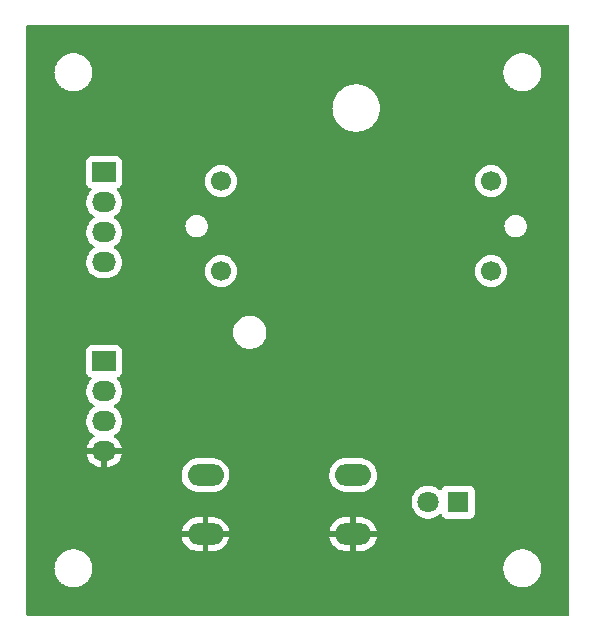
<source format=gbr>
%TF.GenerationSoftware,KiCad,Pcbnew,7.0.9*%
%TF.CreationDate,2024-02-19T15:29:43-08:00*%
%TF.ProjectId,display_rasp,64697370-6c61-4795-9f72-6173702e6b69,rev?*%
%TF.SameCoordinates,Original*%
%TF.FileFunction,Copper,L2,Bot*%
%TF.FilePolarity,Positive*%
%FSLAX46Y46*%
G04 Gerber Fmt 4.6, Leading zero omitted, Abs format (unit mm)*
G04 Created by KiCad (PCBNEW 7.0.9) date 2024-02-19 15:29:43*
%MOMM*%
%LPD*%
G01*
G04 APERTURE LIST*
%TA.AperFunction,ComponentPad*%
%ADD10C,1.700000*%
%TD*%
%TA.AperFunction,ComponentPad*%
%ADD11O,3.048000X1.850000*%
%TD*%
%TA.AperFunction,ComponentPad*%
%ADD12R,1.800000X1.800000*%
%TD*%
%TA.AperFunction,ComponentPad*%
%ADD13C,1.800000*%
%TD*%
%TA.AperFunction,ComponentPad*%
%ADD14R,2.030000X1.730000*%
%TD*%
%TA.AperFunction,ComponentPad*%
%ADD15O,2.030000X1.730000*%
%TD*%
G04 APERTURE END LIST*
D10*
%TO.P,M1,1*%
%TO.N,/GPIO17*%
X150368000Y-93218000D03*
%TO.P,M1,2,-*%
%TO.N,/GPIO27*%
X150368000Y-100838000D03*
%TO.P,M1,3*%
%TO.N,/GPIO22*%
X127508000Y-100838000D03*
%TO.P,M1,4*%
%TO.N,/GPIO23*%
X127508000Y-93218000D03*
%TD*%
D11*
%TO.P,SW1,1,A*%
%TO.N,/BUTTON*%
X126184000Y-118110000D03*
X138684000Y-118110000D03*
%TO.P,SW1,2,B*%
%TO.N,GND*%
X126184000Y-123110000D03*
X138684000Y-123110000D03*
%TD*%
D12*
%TO.P,D1,1,K*%
%TO.N,Net-(D1-K)*%
X147574000Y-120396000D03*
D13*
%TO.P,D1,2,A*%
%TO.N,/LED*%
X145034000Y-120396000D03*
%TD*%
D14*
%TO.P,J1,1,Pin_1*%
%TO.N,/GPIO17*%
X117602000Y-92456000D03*
D15*
%TO.P,J1,2,Pin_2*%
%TO.N,/GPIO27*%
X117602000Y-94996000D03*
%TO.P,J1,3,Pin_3*%
%TO.N,/GPIO22*%
X117602000Y-97536000D03*
%TO.P,J1,4,Pin_4*%
%TO.N,/GPIO23*%
X117602000Y-100076000D03*
%TD*%
D14*
%TO.P,J2,1,Pin_1*%
%TO.N,/VCC*%
X117602000Y-108458000D03*
D15*
%TO.P,J2,2,Pin_2*%
%TO.N,/LED*%
X117602000Y-110998000D03*
%TO.P,J2,3,Pin_3*%
%TO.N,/BUTTON*%
X117602000Y-113538000D03*
%TO.P,J2,4,Pin_4*%
%TO.N,GND*%
X117602000Y-116078000D03*
%TD*%
%TA.AperFunction,Conductor*%
%TO.N,GND*%
G36*
X156942539Y-80020185D02*
G01*
X156988294Y-80072989D01*
X156999500Y-80124500D01*
X156999500Y-129875500D01*
X156979815Y-129942539D01*
X156927011Y-129988294D01*
X156875500Y-129999500D01*
X111124500Y-129999500D01*
X111057461Y-129979815D01*
X111011706Y-129927011D01*
X111000500Y-129875500D01*
X111000500Y-125999999D01*
X113394551Y-125999999D01*
X113402275Y-126098142D01*
X113402466Y-126103008D01*
X113402466Y-126125734D01*
X113406019Y-126148167D01*
X113406592Y-126153002D01*
X113410603Y-126203959D01*
X113414317Y-126251148D01*
X113414317Y-126251151D01*
X113414318Y-126251153D01*
X113437296Y-126346867D01*
X113438246Y-126351642D01*
X113441801Y-126374090D01*
X113448824Y-126395705D01*
X113450146Y-126400390D01*
X113473127Y-126496114D01*
X113510797Y-126587057D01*
X113512482Y-126591623D01*
X113518170Y-126609126D01*
X113519507Y-126613240D01*
X113519508Y-126613243D01*
X113519509Y-126613244D01*
X113529821Y-126633484D01*
X113531858Y-126637904D01*
X113569532Y-126728857D01*
X113620973Y-126812803D01*
X113623351Y-126817048D01*
X113630514Y-126831104D01*
X113633666Y-126837290D01*
X113633667Y-126837292D01*
X113647017Y-126855667D01*
X113649722Y-126859714D01*
X113699021Y-126940163D01*
X113701164Y-126943659D01*
X113701171Y-126943667D01*
X113765094Y-127018511D01*
X113768107Y-127022332D01*
X113781469Y-127040724D01*
X113797547Y-127056802D01*
X113800832Y-127060355D01*
X113864776Y-127135224D01*
X113939639Y-127199163D01*
X113943202Y-127202457D01*
X113959276Y-127218531D01*
X113977654Y-127231883D01*
X113977665Y-127231891D01*
X113981471Y-127234891D01*
X114056341Y-127298836D01*
X114056343Y-127298837D01*
X114056344Y-127298838D01*
X114056345Y-127298839D01*
X114140277Y-127350272D01*
X114144325Y-127352977D01*
X114144335Y-127352984D01*
X114162710Y-127366334D01*
X114182961Y-127376652D01*
X114187179Y-127379014D01*
X114271141Y-127430466D01*
X114271143Y-127430466D01*
X114271145Y-127430468D01*
X114312908Y-127447766D01*
X114362101Y-127468142D01*
X114366515Y-127470178D01*
X114374608Y-127474301D01*
X114386760Y-127480493D01*
X114408380Y-127487517D01*
X114412923Y-127489194D01*
X114503889Y-127526873D01*
X114599627Y-127549857D01*
X114604289Y-127551172D01*
X114625910Y-127558198D01*
X114625911Y-127558198D01*
X114625914Y-127558199D01*
X114634646Y-127559581D01*
X114648367Y-127561754D01*
X114653107Y-127562696D01*
X114748852Y-127585683D01*
X114847024Y-127593409D01*
X114851795Y-127593974D01*
X114874271Y-127597534D01*
X114874275Y-127597534D01*
X114896992Y-127597534D01*
X114901858Y-127597725D01*
X115000000Y-127605449D01*
X115098142Y-127597725D01*
X115103008Y-127597534D01*
X115125725Y-127597534D01*
X115125729Y-127597534D01*
X115148204Y-127593974D01*
X115152975Y-127593409D01*
X115251148Y-127585683D01*
X115346897Y-127562695D01*
X115351627Y-127561755D01*
X115374090Y-127558198D01*
X115395737Y-127551164D01*
X115400351Y-127549862D01*
X115496111Y-127526873D01*
X115587090Y-127489188D01*
X115591599Y-127487524D01*
X115613240Y-127480493D01*
X115633508Y-127470165D01*
X115637863Y-127468157D01*
X115728859Y-127430466D01*
X115812833Y-127379006D01*
X115817018Y-127376662D01*
X115837290Y-127366334D01*
X115855684Y-127352969D01*
X115859707Y-127350281D01*
X115943659Y-127298836D01*
X116018547Y-127234875D01*
X116022314Y-127231906D01*
X116040724Y-127218531D01*
X116056819Y-127202435D01*
X116060347Y-127199174D01*
X116135224Y-127135224D01*
X116199174Y-127060347D01*
X116202435Y-127056819D01*
X116218531Y-127040724D01*
X116231906Y-127022314D01*
X116234875Y-127018547D01*
X116298836Y-126943659D01*
X116350281Y-126859707D01*
X116352969Y-126855684D01*
X116366334Y-126837290D01*
X116376662Y-126817018D01*
X116379006Y-126812833D01*
X116430466Y-126728859D01*
X116468157Y-126637863D01*
X116470165Y-126633508D01*
X116480493Y-126613240D01*
X116487524Y-126591599D01*
X116489188Y-126587090D01*
X116526873Y-126496111D01*
X116549862Y-126400351D01*
X116551164Y-126395737D01*
X116558198Y-126374090D01*
X116561755Y-126351627D01*
X116562695Y-126346897D01*
X116585683Y-126251148D01*
X116593409Y-126152978D01*
X116593974Y-126148201D01*
X116597534Y-126125729D01*
X116598155Y-126094043D01*
X116598334Y-126090401D01*
X116605449Y-126000000D01*
X116605449Y-125999999D01*
X151394551Y-125999999D01*
X151402275Y-126098142D01*
X151402466Y-126103008D01*
X151402466Y-126125734D01*
X151406019Y-126148167D01*
X151406592Y-126153002D01*
X151410603Y-126203959D01*
X151414317Y-126251148D01*
X151414317Y-126251151D01*
X151414318Y-126251153D01*
X151437296Y-126346867D01*
X151438246Y-126351642D01*
X151441801Y-126374090D01*
X151448824Y-126395705D01*
X151450146Y-126400390D01*
X151473127Y-126496114D01*
X151510797Y-126587057D01*
X151512482Y-126591623D01*
X151518170Y-126609126D01*
X151519507Y-126613240D01*
X151519508Y-126613243D01*
X151519509Y-126613244D01*
X151529821Y-126633484D01*
X151531858Y-126637904D01*
X151569532Y-126728857D01*
X151620973Y-126812803D01*
X151623351Y-126817048D01*
X151630514Y-126831104D01*
X151633666Y-126837290D01*
X151633667Y-126837292D01*
X151647017Y-126855667D01*
X151649722Y-126859714D01*
X151699021Y-126940163D01*
X151701164Y-126943659D01*
X151701171Y-126943667D01*
X151765094Y-127018511D01*
X151768107Y-127022332D01*
X151781469Y-127040724D01*
X151797547Y-127056802D01*
X151800832Y-127060355D01*
X151864776Y-127135224D01*
X151939639Y-127199163D01*
X151943202Y-127202457D01*
X151959276Y-127218531D01*
X151977654Y-127231883D01*
X151977665Y-127231891D01*
X151981471Y-127234891D01*
X152056341Y-127298836D01*
X152056343Y-127298837D01*
X152056344Y-127298838D01*
X152056345Y-127298839D01*
X152140277Y-127350272D01*
X152144325Y-127352977D01*
X152144335Y-127352984D01*
X152162710Y-127366334D01*
X152182961Y-127376652D01*
X152187179Y-127379014D01*
X152271141Y-127430466D01*
X152271143Y-127430466D01*
X152271145Y-127430468D01*
X152312908Y-127447766D01*
X152362101Y-127468142D01*
X152366515Y-127470178D01*
X152374608Y-127474301D01*
X152386760Y-127480493D01*
X152408380Y-127487517D01*
X152412923Y-127489194D01*
X152503889Y-127526873D01*
X152599627Y-127549857D01*
X152604289Y-127551172D01*
X152625910Y-127558198D01*
X152625911Y-127558198D01*
X152625914Y-127558199D01*
X152634646Y-127559581D01*
X152648367Y-127561754D01*
X152653107Y-127562696D01*
X152748852Y-127585683D01*
X152847024Y-127593409D01*
X152851795Y-127593974D01*
X152874271Y-127597534D01*
X152874275Y-127597534D01*
X152896992Y-127597534D01*
X152901858Y-127597725D01*
X153000000Y-127605449D01*
X153098142Y-127597725D01*
X153103008Y-127597534D01*
X153125725Y-127597534D01*
X153125729Y-127597534D01*
X153148204Y-127593974D01*
X153152975Y-127593409D01*
X153251148Y-127585683D01*
X153346897Y-127562695D01*
X153351627Y-127561755D01*
X153374090Y-127558198D01*
X153395737Y-127551164D01*
X153400351Y-127549862D01*
X153496111Y-127526873D01*
X153587090Y-127489188D01*
X153591599Y-127487524D01*
X153613240Y-127480493D01*
X153633508Y-127470165D01*
X153637863Y-127468157D01*
X153728859Y-127430466D01*
X153812833Y-127379006D01*
X153817018Y-127376662D01*
X153837290Y-127366334D01*
X153855684Y-127352969D01*
X153859707Y-127350281D01*
X153943659Y-127298836D01*
X154018547Y-127234875D01*
X154022314Y-127231906D01*
X154040724Y-127218531D01*
X154056819Y-127202435D01*
X154060347Y-127199174D01*
X154135224Y-127135224D01*
X154199174Y-127060347D01*
X154202435Y-127056819D01*
X154218531Y-127040724D01*
X154231906Y-127022314D01*
X154234875Y-127018547D01*
X154298836Y-126943659D01*
X154350281Y-126859707D01*
X154352969Y-126855684D01*
X154366334Y-126837290D01*
X154376662Y-126817018D01*
X154379006Y-126812833D01*
X154430466Y-126728859D01*
X154468157Y-126637863D01*
X154470165Y-126633508D01*
X154480493Y-126613240D01*
X154487524Y-126591599D01*
X154489188Y-126587090D01*
X154526873Y-126496111D01*
X154549862Y-126400351D01*
X154551164Y-126395737D01*
X154558198Y-126374090D01*
X154561755Y-126351627D01*
X154562695Y-126346897D01*
X154585683Y-126251148D01*
X154593409Y-126152978D01*
X154593974Y-126148201D01*
X154597534Y-126125729D01*
X154598155Y-126094043D01*
X154598334Y-126090401D01*
X154605449Y-126000000D01*
X154598333Y-125909593D01*
X154598155Y-125905946D01*
X154597979Y-125896990D01*
X154597534Y-125874271D01*
X154593974Y-125851798D01*
X154593409Y-125847021D01*
X154585683Y-125748852D01*
X154562696Y-125653107D01*
X154561753Y-125648357D01*
X154558198Y-125625913D01*
X154558198Y-125625911D01*
X154558195Y-125625903D01*
X154551172Y-125604289D01*
X154549857Y-125599627D01*
X154526873Y-125503889D01*
X154489194Y-125412923D01*
X154487517Y-125408380D01*
X154480493Y-125386760D01*
X154470178Y-125366515D01*
X154468139Y-125362093D01*
X154430468Y-125271145D01*
X154430466Y-125271141D01*
X154379014Y-125187179D01*
X154376649Y-125182955D01*
X154366337Y-125162716D01*
X154366334Y-125162710D01*
X154358039Y-125151293D01*
X154352977Y-125144325D01*
X154350272Y-125140277D01*
X154298839Y-125056345D01*
X154298838Y-125056344D01*
X154298837Y-125056343D01*
X154298836Y-125056341D01*
X154234891Y-124981471D01*
X154231891Y-124977665D01*
X154218531Y-124959276D01*
X154202453Y-124943198D01*
X154199163Y-124939639D01*
X154135224Y-124864776D01*
X154060355Y-124800832D01*
X154056799Y-124797544D01*
X154040724Y-124781469D01*
X154022332Y-124768107D01*
X154018511Y-124765094D01*
X153943667Y-124701171D01*
X153943659Y-124701164D01*
X153943654Y-124701161D01*
X153943653Y-124701160D01*
X153859714Y-124649722D01*
X153855667Y-124647017D01*
X153837292Y-124633667D01*
X153837290Y-124633666D01*
X153831104Y-124630514D01*
X153817048Y-124623351D01*
X153812803Y-124620973D01*
X153728857Y-124569532D01*
X153637904Y-124531858D01*
X153633484Y-124529821D01*
X153613244Y-124519509D01*
X153613243Y-124519508D01*
X153613240Y-124519507D01*
X153609126Y-124518170D01*
X153591623Y-124512482D01*
X153587057Y-124510797D01*
X153496114Y-124473127D01*
X153400390Y-124450146D01*
X153395705Y-124448824D01*
X153374090Y-124441801D01*
X153351642Y-124438246D01*
X153346867Y-124437296D01*
X153251152Y-124414318D01*
X153251153Y-124414318D01*
X153251151Y-124414317D01*
X153251148Y-124414317D01*
X153203959Y-124410603D01*
X153153002Y-124406592D01*
X153148167Y-124406019D01*
X153125734Y-124402466D01*
X153125729Y-124402466D01*
X153103008Y-124402466D01*
X153098142Y-124402275D01*
X153000000Y-124394551D01*
X152901858Y-124402275D01*
X152896992Y-124402466D01*
X152874271Y-124402466D01*
X152851833Y-124406019D01*
X152846998Y-124406592D01*
X152748851Y-124414317D01*
X152748844Y-124414318D01*
X152653132Y-124437296D01*
X152648357Y-124438246D01*
X152625913Y-124441801D01*
X152625903Y-124441803D01*
X152604299Y-124448823D01*
X152599612Y-124450145D01*
X152503891Y-124473125D01*
X152412938Y-124510799D01*
X152408373Y-124512483D01*
X152386757Y-124519507D01*
X152366515Y-124529820D01*
X152362098Y-124531856D01*
X152271141Y-124569534D01*
X152187201Y-124620970D01*
X152182958Y-124623347D01*
X152162716Y-124633662D01*
X152162708Y-124633667D01*
X152144330Y-124647018D01*
X152140286Y-124649720D01*
X152056339Y-124701165D01*
X151981482Y-124765098D01*
X151977660Y-124768111D01*
X151959276Y-124781469D01*
X151943198Y-124797544D01*
X151939626Y-124800846D01*
X151864775Y-124864775D01*
X151800846Y-124939626D01*
X151797544Y-124943198D01*
X151781469Y-124959276D01*
X151768111Y-124977660D01*
X151765098Y-124981482D01*
X151701165Y-125056339D01*
X151649720Y-125140286D01*
X151647018Y-125144330D01*
X151633667Y-125162708D01*
X151633662Y-125162716D01*
X151623347Y-125182958D01*
X151620970Y-125187201D01*
X151569534Y-125271141D01*
X151531856Y-125362098D01*
X151529820Y-125366515D01*
X151519507Y-125386757D01*
X151512483Y-125408373D01*
X151510799Y-125412938D01*
X151473125Y-125503891D01*
X151450145Y-125599612D01*
X151448823Y-125604299D01*
X151441803Y-125625903D01*
X151441801Y-125625913D01*
X151438246Y-125648357D01*
X151437296Y-125653132D01*
X151414318Y-125748844D01*
X151414317Y-125748851D01*
X151406592Y-125846998D01*
X151406019Y-125851833D01*
X151402466Y-125874270D01*
X151402466Y-125896990D01*
X151402275Y-125901856D01*
X151394551Y-125999999D01*
X116605449Y-125999999D01*
X116598333Y-125909593D01*
X116598155Y-125905946D01*
X116597979Y-125896990D01*
X116597534Y-125874271D01*
X116593974Y-125851798D01*
X116593409Y-125847021D01*
X116585683Y-125748852D01*
X116562696Y-125653107D01*
X116561753Y-125648357D01*
X116558198Y-125625913D01*
X116558198Y-125625911D01*
X116558195Y-125625903D01*
X116551172Y-125604289D01*
X116549857Y-125599627D01*
X116526873Y-125503889D01*
X116489194Y-125412923D01*
X116487517Y-125408380D01*
X116480493Y-125386760D01*
X116470178Y-125366515D01*
X116468139Y-125362093D01*
X116430468Y-125271145D01*
X116430466Y-125271141D01*
X116379014Y-125187179D01*
X116376649Y-125182955D01*
X116366337Y-125162716D01*
X116366334Y-125162710D01*
X116358039Y-125151293D01*
X116352977Y-125144325D01*
X116350272Y-125140277D01*
X116298839Y-125056345D01*
X116298838Y-125056344D01*
X116298837Y-125056343D01*
X116298836Y-125056341D01*
X116234891Y-124981471D01*
X116231891Y-124977665D01*
X116218531Y-124959276D01*
X116202453Y-124943198D01*
X116199163Y-124939639D01*
X116135224Y-124864776D01*
X116060355Y-124800832D01*
X116056799Y-124797544D01*
X116040724Y-124781469D01*
X116022332Y-124768107D01*
X116018511Y-124765094D01*
X115943667Y-124701171D01*
X115943659Y-124701164D01*
X115943654Y-124701161D01*
X115943653Y-124701160D01*
X115859714Y-124649722D01*
X115855667Y-124647017D01*
X115837292Y-124633667D01*
X115837290Y-124633666D01*
X115831104Y-124630514D01*
X115817048Y-124623351D01*
X115812803Y-124620973D01*
X115728857Y-124569532D01*
X115637904Y-124531858D01*
X115633484Y-124529821D01*
X115613244Y-124519509D01*
X115613243Y-124519508D01*
X115613240Y-124519507D01*
X115609126Y-124518170D01*
X115591623Y-124512482D01*
X115587057Y-124510797D01*
X115496114Y-124473127D01*
X115400390Y-124450146D01*
X115395705Y-124448824D01*
X115374090Y-124441801D01*
X115351642Y-124438246D01*
X115346867Y-124437296D01*
X115251152Y-124414318D01*
X115251153Y-124414318D01*
X115251151Y-124414317D01*
X115251148Y-124414317D01*
X115203959Y-124410603D01*
X115153002Y-124406592D01*
X115148167Y-124406019D01*
X115125734Y-124402466D01*
X115125729Y-124402466D01*
X115103008Y-124402466D01*
X115098142Y-124402275D01*
X115000000Y-124394551D01*
X114901858Y-124402275D01*
X114896992Y-124402466D01*
X114874271Y-124402466D01*
X114851833Y-124406019D01*
X114846998Y-124406592D01*
X114748851Y-124414317D01*
X114748844Y-124414318D01*
X114653132Y-124437296D01*
X114648357Y-124438246D01*
X114625913Y-124441801D01*
X114625903Y-124441803D01*
X114604299Y-124448823D01*
X114599612Y-124450145D01*
X114503891Y-124473125D01*
X114412938Y-124510799D01*
X114408373Y-124512483D01*
X114386757Y-124519507D01*
X114366515Y-124529820D01*
X114362098Y-124531856D01*
X114271141Y-124569534D01*
X114187201Y-124620970D01*
X114182958Y-124623347D01*
X114162716Y-124633662D01*
X114162708Y-124633667D01*
X114144330Y-124647018D01*
X114140286Y-124649720D01*
X114056339Y-124701165D01*
X113981482Y-124765098D01*
X113977660Y-124768111D01*
X113959276Y-124781469D01*
X113943198Y-124797544D01*
X113939626Y-124800846D01*
X113864775Y-124864775D01*
X113800846Y-124939626D01*
X113797544Y-124943198D01*
X113781469Y-124959276D01*
X113768111Y-124977660D01*
X113765098Y-124981482D01*
X113701165Y-125056339D01*
X113649720Y-125140286D01*
X113647018Y-125144330D01*
X113633667Y-125162708D01*
X113633662Y-125162716D01*
X113623347Y-125182958D01*
X113620970Y-125187201D01*
X113569534Y-125271141D01*
X113531856Y-125362098D01*
X113529820Y-125366515D01*
X113519507Y-125386757D01*
X113512483Y-125408373D01*
X113510799Y-125412938D01*
X113473125Y-125503891D01*
X113450145Y-125599612D01*
X113448823Y-125604299D01*
X113441803Y-125625903D01*
X113441801Y-125625913D01*
X113438246Y-125648357D01*
X113437296Y-125653132D01*
X113414318Y-125748844D01*
X113414317Y-125748851D01*
X113406592Y-125846998D01*
X113406019Y-125851833D01*
X113402466Y-125874270D01*
X113402466Y-125896990D01*
X113402275Y-125901856D01*
X113394551Y-125999999D01*
X111000500Y-125999999D01*
X111000500Y-122859999D01*
X124180377Y-122859999D01*
X124180378Y-122860000D01*
X125583272Y-122860000D01*
X125560900Y-122907543D01*
X125530127Y-123068862D01*
X125540439Y-123232766D01*
X125581780Y-123360000D01*
X124181161Y-123360000D01*
X124217536Y-123528782D01*
X124217537Y-123528785D01*
X124307978Y-123753856D01*
X124435161Y-123960415D01*
X124595422Y-124142507D01*
X124595426Y-124142511D01*
X124784144Y-124294890D01*
X124784150Y-124294894D01*
X124995917Y-124413194D01*
X125224629Y-124494003D01*
X125224637Y-124494005D01*
X125463706Y-124534999D01*
X125463715Y-124535000D01*
X125934000Y-124535000D01*
X125934000Y-123714310D01*
X125942817Y-123719158D01*
X126101886Y-123760000D01*
X126224894Y-123760000D01*
X126346933Y-123744583D01*
X126434000Y-123710110D01*
X126434000Y-124535000D01*
X126843539Y-124535000D01*
X127024692Y-124519582D01*
X127259440Y-124458458D01*
X127480472Y-124358546D01*
X127480480Y-124358541D01*
X127681450Y-124222708D01*
X127681453Y-124222706D01*
X127856575Y-124054864D01*
X127856576Y-124054863D01*
X128000813Y-123859843D01*
X128110021Y-123643242D01*
X128181053Y-123411299D01*
X128187622Y-123360000D01*
X126784728Y-123360000D01*
X126807100Y-123312457D01*
X126837873Y-123151138D01*
X126827561Y-122987234D01*
X126786220Y-122860000D01*
X128186839Y-122860000D01*
X128186839Y-122859999D01*
X136680377Y-122859999D01*
X136680378Y-122860000D01*
X138083272Y-122860000D01*
X138060900Y-122907543D01*
X138030127Y-123068862D01*
X138040439Y-123232766D01*
X138081780Y-123360000D01*
X136681161Y-123360000D01*
X136717536Y-123528782D01*
X136717537Y-123528785D01*
X136807978Y-123753856D01*
X136935161Y-123960415D01*
X137095422Y-124142507D01*
X137095426Y-124142511D01*
X137284144Y-124294890D01*
X137284150Y-124294894D01*
X137495917Y-124413194D01*
X137724629Y-124494003D01*
X137724637Y-124494005D01*
X137963706Y-124534999D01*
X137963715Y-124535000D01*
X138434000Y-124535000D01*
X138434000Y-123714310D01*
X138442817Y-123719158D01*
X138601886Y-123760000D01*
X138724894Y-123760000D01*
X138846933Y-123744583D01*
X138934000Y-123710110D01*
X138934000Y-124535000D01*
X139343539Y-124535000D01*
X139524692Y-124519582D01*
X139759440Y-124458458D01*
X139980472Y-124358546D01*
X139980480Y-124358541D01*
X140181450Y-124222708D01*
X140181453Y-124222706D01*
X140356575Y-124054864D01*
X140356576Y-124054863D01*
X140500813Y-123859843D01*
X140610021Y-123643242D01*
X140681053Y-123411299D01*
X140687622Y-123360000D01*
X139284728Y-123360000D01*
X139307100Y-123312457D01*
X139337873Y-123151138D01*
X139327561Y-122987234D01*
X139286220Y-122860000D01*
X140686839Y-122860000D01*
X140650463Y-122691217D01*
X140650462Y-122691214D01*
X140560021Y-122466143D01*
X140432838Y-122259584D01*
X140272577Y-122077492D01*
X140272573Y-122077488D01*
X140083855Y-121925109D01*
X140083849Y-121925105D01*
X139872082Y-121806805D01*
X139643370Y-121725996D01*
X139643362Y-121725994D01*
X139404293Y-121685000D01*
X138934000Y-121685000D01*
X138934000Y-122505689D01*
X138925183Y-122500842D01*
X138766114Y-122460000D01*
X138643106Y-122460000D01*
X138521067Y-122475417D01*
X138434000Y-122509889D01*
X138434000Y-121685000D01*
X138024461Y-121685000D01*
X137843307Y-121700417D01*
X137608559Y-121761541D01*
X137387527Y-121861453D01*
X137387519Y-121861458D01*
X137186549Y-121997291D01*
X137186546Y-121997293D01*
X137011424Y-122165135D01*
X137011423Y-122165136D01*
X136867186Y-122360156D01*
X136757978Y-122576757D01*
X136686946Y-122808700D01*
X136680377Y-122859999D01*
X128186839Y-122859999D01*
X128150463Y-122691217D01*
X128150462Y-122691214D01*
X128060021Y-122466143D01*
X127932838Y-122259584D01*
X127772577Y-122077492D01*
X127772573Y-122077488D01*
X127583855Y-121925109D01*
X127583849Y-121925105D01*
X127372082Y-121806805D01*
X127143370Y-121725996D01*
X127143362Y-121725994D01*
X126904293Y-121685000D01*
X126434000Y-121685000D01*
X126434000Y-122505689D01*
X126425183Y-122500842D01*
X126266114Y-122460000D01*
X126143106Y-122460000D01*
X126021067Y-122475417D01*
X125934000Y-122509889D01*
X125934000Y-121685000D01*
X125524461Y-121685000D01*
X125343307Y-121700417D01*
X125108559Y-121761541D01*
X124887527Y-121861453D01*
X124887519Y-121861458D01*
X124686549Y-121997291D01*
X124686546Y-121997293D01*
X124511424Y-122165135D01*
X124511423Y-122165136D01*
X124367186Y-122360156D01*
X124257978Y-122576757D01*
X124186946Y-122808700D01*
X124180377Y-122859999D01*
X111000500Y-122859999D01*
X111000500Y-120396006D01*
X143628700Y-120396006D01*
X143647864Y-120627297D01*
X143647866Y-120627308D01*
X143704842Y-120852300D01*
X143798075Y-121064848D01*
X143925016Y-121259147D01*
X143925019Y-121259151D01*
X143925021Y-121259153D01*
X144082216Y-121429913D01*
X144082219Y-121429915D01*
X144082222Y-121429918D01*
X144265365Y-121572464D01*
X144265371Y-121572468D01*
X144265374Y-121572470D01*
X144469497Y-121682936D01*
X144583487Y-121722068D01*
X144689015Y-121758297D01*
X144689017Y-121758297D01*
X144689019Y-121758298D01*
X144917951Y-121796500D01*
X144917952Y-121796500D01*
X145150048Y-121796500D01*
X145150049Y-121796500D01*
X145378981Y-121758298D01*
X145598503Y-121682936D01*
X145802626Y-121572470D01*
X145985784Y-121429913D01*
X145994130Y-121420846D01*
X146054010Y-121384854D01*
X146123849Y-121386949D01*
X146181468Y-121426469D01*
X146201544Y-121461491D01*
X146230203Y-121538330D01*
X146230206Y-121538335D01*
X146316452Y-121653544D01*
X146316455Y-121653547D01*
X146431664Y-121739793D01*
X146431671Y-121739797D01*
X146566517Y-121790091D01*
X146566516Y-121790091D01*
X146573444Y-121790835D01*
X146626127Y-121796500D01*
X148521872Y-121796499D01*
X148581483Y-121790091D01*
X148716331Y-121739796D01*
X148831546Y-121653546D01*
X148917796Y-121538331D01*
X148968091Y-121403483D01*
X148974500Y-121343873D01*
X148974499Y-119448128D01*
X148968091Y-119388517D01*
X148958233Y-119362087D01*
X148917797Y-119253671D01*
X148917793Y-119253664D01*
X148831547Y-119138455D01*
X148831544Y-119138452D01*
X148716335Y-119052206D01*
X148716328Y-119052202D01*
X148581482Y-119001908D01*
X148581483Y-119001908D01*
X148521883Y-118995501D01*
X148521881Y-118995500D01*
X148521873Y-118995500D01*
X148521864Y-118995500D01*
X146626129Y-118995500D01*
X146626123Y-118995501D01*
X146566516Y-119001908D01*
X146431671Y-119052202D01*
X146431664Y-119052206D01*
X146316455Y-119138452D01*
X146316452Y-119138455D01*
X146230206Y-119253664D01*
X146230203Y-119253670D01*
X146201544Y-119330508D01*
X146159672Y-119386441D01*
X146094208Y-119410858D01*
X146025935Y-119396006D01*
X145994135Y-119371158D01*
X145985784Y-119362087D01*
X145985778Y-119362082D01*
X145985777Y-119362081D01*
X145802634Y-119219535D01*
X145802628Y-119219531D01*
X145598504Y-119109064D01*
X145598495Y-119109061D01*
X145378984Y-119033702D01*
X145188450Y-119001908D01*
X145150049Y-118995500D01*
X144917951Y-118995500D01*
X144879550Y-119001908D01*
X144689015Y-119033702D01*
X144469504Y-119109061D01*
X144469495Y-119109064D01*
X144265371Y-119219531D01*
X144265365Y-119219535D01*
X144082222Y-119362081D01*
X144082219Y-119362084D01*
X144082216Y-119362086D01*
X144082216Y-119362087D01*
X144037319Y-119410858D01*
X143925016Y-119532852D01*
X143798075Y-119727151D01*
X143704842Y-119939699D01*
X143647866Y-120164691D01*
X143647864Y-120164702D01*
X143628700Y-120395993D01*
X143628700Y-120396006D01*
X111000500Y-120396006D01*
X111000500Y-118049281D01*
X124155635Y-118049281D01*
X124165933Y-118291715D01*
X124165933Y-118291719D01*
X124217056Y-118528929D01*
X124217057Y-118528932D01*
X124307530Y-118754082D01*
X124434757Y-118960713D01*
X124595075Y-119142869D01*
X124595079Y-119142873D01*
X124783870Y-119295311D01*
X124995709Y-119413652D01*
X124995712Y-119413653D01*
X125224507Y-119494491D01*
X125224513Y-119494492D01*
X125463662Y-119535499D01*
X125463670Y-119535499D01*
X125463672Y-119535500D01*
X125463673Y-119535500D01*
X126843559Y-119535500D01*
X127024775Y-119520076D01*
X127024775Y-119520075D01*
X127024782Y-119520075D01*
X127259608Y-119458931D01*
X127259611Y-119458930D01*
X127480713Y-119358986D01*
X127480716Y-119358983D01*
X127480723Y-119358981D01*
X127681765Y-119223100D01*
X127856952Y-119055197D01*
X128001244Y-118860102D01*
X128110488Y-118643429D01*
X128181543Y-118411409D01*
X128212365Y-118170719D01*
X128207206Y-118049281D01*
X136655635Y-118049281D01*
X136665933Y-118291715D01*
X136665933Y-118291719D01*
X136717056Y-118528929D01*
X136717057Y-118528932D01*
X136807530Y-118754082D01*
X136934757Y-118960713D01*
X137095075Y-119142869D01*
X137095079Y-119142873D01*
X137283870Y-119295311D01*
X137495709Y-119413652D01*
X137495712Y-119413653D01*
X137724507Y-119494491D01*
X137724513Y-119494492D01*
X137963662Y-119535499D01*
X137963670Y-119535499D01*
X137963672Y-119535500D01*
X137963673Y-119535500D01*
X139343559Y-119535500D01*
X139524775Y-119520076D01*
X139524775Y-119520075D01*
X139524782Y-119520075D01*
X139759608Y-119458931D01*
X139759611Y-119458930D01*
X139980713Y-119358986D01*
X139980716Y-119358983D01*
X139980723Y-119358981D01*
X140181765Y-119223100D01*
X140356952Y-119055197D01*
X140501244Y-118860102D01*
X140610488Y-118643429D01*
X140681543Y-118411409D01*
X140712365Y-118170719D01*
X140702066Y-117928281D01*
X140650944Y-117691072D01*
X140560468Y-117465914D01*
X140433242Y-117259286D01*
X140272925Y-117077131D01*
X140272924Y-117077130D01*
X140272920Y-117077126D01*
X140084129Y-116924688D01*
X139872290Y-116806347D01*
X139643500Y-116725511D01*
X139643486Y-116725507D01*
X139404337Y-116684500D01*
X139404328Y-116684500D01*
X138024446Y-116684500D01*
X138024441Y-116684500D01*
X137843224Y-116699923D01*
X137843222Y-116699924D01*
X137608391Y-116761068D01*
X137608388Y-116761069D01*
X137387286Y-116861013D01*
X137387274Y-116861020D01*
X137186234Y-116996900D01*
X137186232Y-116996902D01*
X137011047Y-117164803D01*
X137011046Y-117164804D01*
X136866758Y-117359893D01*
X136757515Y-117576565D01*
X136757512Y-117576571D01*
X136686456Y-117808594D01*
X136655635Y-118049281D01*
X128207206Y-118049281D01*
X128202066Y-117928281D01*
X128150944Y-117691072D01*
X128060468Y-117465914D01*
X127933242Y-117259286D01*
X127772925Y-117077131D01*
X127772924Y-117077130D01*
X127772920Y-117077126D01*
X127584129Y-116924688D01*
X127372290Y-116806347D01*
X127143500Y-116725511D01*
X127143486Y-116725507D01*
X126904337Y-116684500D01*
X126904328Y-116684500D01*
X125524446Y-116684500D01*
X125524441Y-116684500D01*
X125343224Y-116699923D01*
X125343222Y-116699924D01*
X125108391Y-116761068D01*
X125108388Y-116761069D01*
X124887286Y-116861013D01*
X124887274Y-116861020D01*
X124686234Y-116996900D01*
X124686232Y-116996902D01*
X124511047Y-117164803D01*
X124511046Y-117164804D01*
X124366758Y-117359893D01*
X124257515Y-117576565D01*
X124257512Y-117576571D01*
X124186456Y-117808594D01*
X124155635Y-118049281D01*
X111000500Y-118049281D01*
X111000500Y-113479837D01*
X116082798Y-113479837D01*
X116092662Y-113712066D01*
X116092662Y-113712067D01*
X116141634Y-113939296D01*
X116228299Y-114154972D01*
X116350170Y-114352903D01*
X116350171Y-114352905D01*
X116350173Y-114352907D01*
X116503741Y-114527395D01*
X116503743Y-114527396D01*
X116503746Y-114527400D01*
X116684583Y-114673415D01*
X116684589Y-114673420D01*
X116732118Y-114699971D01*
X116781045Y-114749851D01*
X116795237Y-114818264D01*
X116770189Y-114883490D01*
X116741082Y-114910960D01*
X116591374Y-115012145D01*
X116423627Y-115172919D01*
X116423626Y-115172920D01*
X116285462Y-115359728D01*
X116180855Y-115567205D01*
X116180852Y-115567211D01*
X116112812Y-115789387D01*
X116107868Y-115828000D01*
X117156428Y-115828000D01*
X117133318Y-115863960D01*
X117092000Y-116004673D01*
X117092000Y-116151327D01*
X117133318Y-116292040D01*
X117156428Y-116328000D01*
X116109539Y-116328000D01*
X116142114Y-116479149D01*
X116142114Y-116479150D01*
X116228748Y-116694746D01*
X116350577Y-116892610D01*
X116504085Y-117067028D01*
X116504087Y-117067030D01*
X116684868Y-117213002D01*
X116887722Y-117326324D01*
X117106798Y-117403728D01*
X117106810Y-117403731D01*
X117335812Y-117442999D01*
X117335821Y-117443000D01*
X117352000Y-117443000D01*
X117352000Y-116524494D01*
X117456839Y-116572373D01*
X117565527Y-116588000D01*
X117638473Y-116588000D01*
X117747161Y-116572373D01*
X117852000Y-116524494D01*
X117852000Y-117439423D01*
X117983515Y-117428231D01*
X118208379Y-117369681D01*
X118420104Y-117273976D01*
X118420112Y-117273971D01*
X118612621Y-117143857D01*
X118612624Y-117143855D01*
X118780372Y-116983080D01*
X118780373Y-116983079D01*
X118918537Y-116796271D01*
X119023144Y-116588794D01*
X119023147Y-116588788D01*
X119091187Y-116366612D01*
X119096132Y-116328000D01*
X118047572Y-116328000D01*
X118070682Y-116292040D01*
X118112000Y-116151327D01*
X118112000Y-116004673D01*
X118070682Y-115863960D01*
X118047572Y-115828000D01*
X119094461Y-115828000D01*
X119094460Y-115827999D01*
X119061885Y-115676850D01*
X119061885Y-115676849D01*
X118975251Y-115461253D01*
X118853422Y-115263389D01*
X118699914Y-115088971D01*
X118699912Y-115088969D01*
X118519129Y-114942996D01*
X118519125Y-114942993D01*
X118471905Y-114916614D01*
X118422979Y-114866734D01*
X118408787Y-114798321D01*
X118433835Y-114733096D01*
X118462940Y-114705628D01*
X118612936Y-114604249D01*
X118780749Y-114443413D01*
X118918967Y-114256530D01*
X119023613Y-114048976D01*
X119091678Y-113826723D01*
X119121202Y-113596163D01*
X119111337Y-113363930D01*
X119062366Y-113136705D01*
X118975699Y-112921024D01*
X118853827Y-112723093D01*
X118700259Y-112548605D01*
X118700256Y-112548602D01*
X118700253Y-112548599D01*
X118519416Y-112402584D01*
X118519410Y-112402580D01*
X118472370Y-112376302D01*
X118423444Y-112326422D01*
X118409251Y-112258009D01*
X118434298Y-112192784D01*
X118463407Y-112165313D01*
X118510594Y-112133420D01*
X118612936Y-112064249D01*
X118780749Y-111903413D01*
X118918967Y-111716530D01*
X119023613Y-111508976D01*
X119091678Y-111286723D01*
X119121202Y-111056163D01*
X119111337Y-110823930D01*
X119062366Y-110596705D01*
X118975699Y-110381024D01*
X118905122Y-110266401D01*
X118853827Y-110183092D01*
X118698318Y-110006400D01*
X118668803Y-109943070D01*
X118678212Y-109873837D01*
X118723558Y-109820681D01*
X118748069Y-109808294D01*
X118859326Y-109766798D01*
X118859326Y-109766797D01*
X118859331Y-109766796D01*
X118974546Y-109680546D01*
X119060796Y-109565331D01*
X119111091Y-109430483D01*
X119117500Y-109370873D01*
X119117499Y-107545128D01*
X119111091Y-107485517D01*
X119090068Y-107429152D01*
X119060797Y-107350671D01*
X119060793Y-107350664D01*
X118974547Y-107235455D01*
X118974544Y-107235452D01*
X118859335Y-107149206D01*
X118859328Y-107149202D01*
X118724482Y-107098908D01*
X118724483Y-107098908D01*
X118664883Y-107092501D01*
X118664881Y-107092500D01*
X118664873Y-107092500D01*
X118664864Y-107092500D01*
X116539129Y-107092500D01*
X116539123Y-107092501D01*
X116479516Y-107098908D01*
X116344671Y-107149202D01*
X116344664Y-107149206D01*
X116229455Y-107235452D01*
X116229452Y-107235455D01*
X116143206Y-107350664D01*
X116143202Y-107350671D01*
X116092908Y-107485517D01*
X116086501Y-107545116D01*
X116086501Y-107545123D01*
X116086500Y-107545135D01*
X116086500Y-109370870D01*
X116086501Y-109370876D01*
X116092908Y-109430483D01*
X116143202Y-109565328D01*
X116143206Y-109565335D01*
X116229452Y-109680544D01*
X116229455Y-109680547D01*
X116344664Y-109766793D01*
X116344671Y-109766797D01*
X116460861Y-109810133D01*
X116516795Y-109852004D01*
X116541212Y-109917468D01*
X116526361Y-109985741D01*
X116503329Y-110015837D01*
X116423251Y-110092586D01*
X116285035Y-110279467D01*
X116285032Y-110279471D01*
X116180387Y-110487022D01*
X116112321Y-110709278D01*
X116082798Y-110939837D01*
X116092662Y-111172066D01*
X116092662Y-111172067D01*
X116141634Y-111399296D01*
X116228299Y-111614972D01*
X116350170Y-111812903D01*
X116350171Y-111812905D01*
X116350173Y-111812907D01*
X116503741Y-111987395D01*
X116503743Y-111987396D01*
X116503746Y-111987400D01*
X116684583Y-112133415D01*
X116684593Y-112133422D01*
X116731630Y-112159699D01*
X116780556Y-112209578D01*
X116794748Y-112277992D01*
X116769700Y-112343217D01*
X116740592Y-112370687D01*
X116591065Y-112471749D01*
X116423251Y-112632586D01*
X116285035Y-112819467D01*
X116285032Y-112819471D01*
X116180387Y-113027022D01*
X116112321Y-113249278D01*
X116082798Y-113479837D01*
X111000500Y-113479837D01*
X111000500Y-106028006D01*
X128532700Y-106028006D01*
X128551864Y-106259297D01*
X128551866Y-106259308D01*
X128608842Y-106484300D01*
X128702075Y-106696848D01*
X128829016Y-106891147D01*
X128829018Y-106891149D01*
X128829021Y-106891153D01*
X128986216Y-107061913D01*
X128986219Y-107061915D01*
X128986222Y-107061918D01*
X129169365Y-107204464D01*
X129169371Y-107204468D01*
X129169374Y-107204470D01*
X129373497Y-107314936D01*
X129410334Y-107327582D01*
X129413282Y-107328680D01*
X129415055Y-107329392D01*
X129415057Y-107329393D01*
X129420167Y-107330958D01*
X129490377Y-107355061D01*
X129593018Y-107390298D01*
X129602852Y-107391938D01*
X129634942Y-107397293D01*
X129641174Y-107398762D01*
X129642509Y-107399050D01*
X129642516Y-107399052D01*
X129655247Y-107400682D01*
X129821951Y-107428500D01*
X129821952Y-107428500D01*
X129868525Y-107428500D01*
X129876407Y-107429003D01*
X129877580Y-107429152D01*
X129878475Y-107429267D01*
X129896531Y-107428500D01*
X130054044Y-107428500D01*
X130054049Y-107428500D01*
X130104077Y-107420151D01*
X130111655Y-107419362D01*
X130114530Y-107419239D01*
X130116146Y-107419171D01*
X130136015Y-107414888D01*
X130138766Y-107414363D01*
X130282981Y-107390298D01*
X130334950Y-107372456D01*
X130341991Y-107370497D01*
X130348693Y-107369053D01*
X130369712Y-107360606D01*
X130372611Y-107359527D01*
X130502503Y-107314936D01*
X130554579Y-107286753D01*
X130560969Y-107283754D01*
X130562857Y-107282995D01*
X130569425Y-107280356D01*
X130589927Y-107267732D01*
X130592874Y-107266029D01*
X130663947Y-107227566D01*
X130706616Y-107204476D01*
X130706619Y-107204473D01*
X130706626Y-107204470D01*
X130756795Y-107165421D01*
X130762365Y-107161558D01*
X130771985Y-107155635D01*
X130771986Y-107155633D01*
X130771991Y-107155631D01*
X130790639Y-107139218D01*
X130793440Y-107136899D01*
X130889784Y-107061913D01*
X130935855Y-107011865D01*
X130940487Y-107007336D01*
X130950566Y-106998466D01*
X130966281Y-106979002D01*
X130968838Y-106976036D01*
X131046979Y-106891153D01*
X131086679Y-106830387D01*
X131090328Y-106825371D01*
X131100010Y-106813382D01*
X131112083Y-106791769D01*
X131114259Y-106788172D01*
X131173924Y-106696849D01*
X131204957Y-106626098D01*
X131207594Y-106620796D01*
X131216026Y-106605704D01*
X131224057Y-106582971D01*
X131225732Y-106578738D01*
X131267157Y-106484300D01*
X131287305Y-106404736D01*
X131288935Y-106399350D01*
X131295275Y-106381407D01*
X131299193Y-106358556D01*
X131300187Y-106353868D01*
X131324134Y-106259305D01*
X131331320Y-106172570D01*
X131331996Y-106167245D01*
X131335478Y-106146943D01*
X131336137Y-106115827D01*
X131336331Y-106112096D01*
X131343300Y-106028000D01*
X131343299Y-106027993D01*
X131341770Y-106009541D01*
X131336331Y-105943906D01*
X131336137Y-105940169D01*
X131335478Y-105909057D01*
X131331994Y-105888740D01*
X131331319Y-105883413D01*
X131324134Y-105796695D01*
X131300191Y-105702149D01*
X131299190Y-105697429D01*
X131295275Y-105674593D01*
X131288936Y-105656653D01*
X131287302Y-105651251D01*
X131267157Y-105571700D01*
X131225731Y-105477259D01*
X131224051Y-105473009D01*
X131224026Y-105472939D01*
X131216026Y-105450296D01*
X131207599Y-105435211D01*
X131204951Y-105429884D01*
X131173923Y-105359149D01*
X131152777Y-105326783D01*
X131114278Y-105267857D01*
X131112073Y-105264212D01*
X131105750Y-105252893D01*
X131100012Y-105242620D01*
X131100008Y-105242615D01*
X131090335Y-105230636D01*
X131086673Y-105225604D01*
X131046979Y-105164847D01*
X130968873Y-105080001D01*
X130966256Y-105076966D01*
X130950564Y-105057532D01*
X130947349Y-105054703D01*
X130940497Y-105048672D01*
X130935846Y-105044124D01*
X130889784Y-104994087D01*
X130793471Y-104919123D01*
X130790601Y-104916748D01*
X130771992Y-104900370D01*
X130771991Y-104900369D01*
X130762359Y-104894438D01*
X130756787Y-104890572D01*
X130706626Y-104851530D01*
X130695680Y-104845606D01*
X130592895Y-104789981D01*
X130589896Y-104788248D01*
X130569425Y-104775644D01*
X130560960Y-104772242D01*
X130554566Y-104769239D01*
X130502504Y-104741064D01*
X130502499Y-104741062D01*
X130372660Y-104696488D01*
X130369679Y-104695378D01*
X130348697Y-104686948D01*
X130348685Y-104686945D01*
X130341998Y-104685503D01*
X130334932Y-104683536D01*
X130282981Y-104665701D01*
X130138819Y-104641645D01*
X130135964Y-104641099D01*
X130116142Y-104636828D01*
X130111650Y-104636637D01*
X130104074Y-104635847D01*
X130054050Y-104627500D01*
X130054049Y-104627500D01*
X129896531Y-104627500D01*
X129878472Y-104626732D01*
X129876407Y-104626997D01*
X129868525Y-104627500D01*
X129821951Y-104627500D01*
X129740457Y-104641099D01*
X129655270Y-104655314D01*
X129644681Y-104656670D01*
X129642507Y-104656949D01*
X129641234Y-104657223D01*
X129634913Y-104658710D01*
X129593012Y-104665703D01*
X129420174Y-104725039D01*
X129415057Y-104726607D01*
X129415044Y-104726611D01*
X129413278Y-104727320D01*
X129410320Y-104728421D01*
X129373504Y-104741061D01*
X129373495Y-104741065D01*
X129169376Y-104851528D01*
X129169365Y-104851535D01*
X128986222Y-104994081D01*
X128986219Y-104994084D01*
X128829016Y-105164852D01*
X128702075Y-105359151D01*
X128608842Y-105571699D01*
X128551866Y-105796691D01*
X128551864Y-105796702D01*
X128532700Y-106027993D01*
X128532700Y-106028006D01*
X111000500Y-106028006D01*
X111000500Y-100017837D01*
X116082798Y-100017837D01*
X116092662Y-100250066D01*
X116092662Y-100250067D01*
X116141634Y-100477296D01*
X116228299Y-100692972D01*
X116350170Y-100890903D01*
X116350171Y-100890905D01*
X116350173Y-100890907D01*
X116503741Y-101065395D01*
X116503743Y-101065396D01*
X116503746Y-101065400D01*
X116684583Y-101211415D01*
X116684589Y-101211420D01*
X116887511Y-101324779D01*
X116887515Y-101324781D01*
X117106680Y-101402217D01*
X117106686Y-101402218D01*
X117335769Y-101441499D01*
X117335777Y-101441499D01*
X117335779Y-101441500D01*
X117335780Y-101441500D01*
X117810013Y-101441500D01*
X117983600Y-101426726D01*
X117983603Y-101426725D01*
X117983605Y-101426725D01*
X118208547Y-101368154D01*
X118208548Y-101368153D01*
X118208550Y-101368153D01*
X118420345Y-101272416D01*
X118420348Y-101272413D01*
X118420355Y-101272411D01*
X118612936Y-101142249D01*
X118780749Y-100981413D01*
X118886817Y-100838000D01*
X126152341Y-100838000D01*
X126172936Y-101073403D01*
X126172938Y-101073413D01*
X126234094Y-101301655D01*
X126234096Y-101301659D01*
X126234097Y-101301663D01*
X126280987Y-101402218D01*
X126333965Y-101515830D01*
X126333967Y-101515834D01*
X126442281Y-101670521D01*
X126469505Y-101709401D01*
X126636599Y-101876495D01*
X126733384Y-101944265D01*
X126830165Y-102012032D01*
X126830167Y-102012033D01*
X126830170Y-102012035D01*
X127044337Y-102111903D01*
X127272592Y-102173063D01*
X127460918Y-102189539D01*
X127507999Y-102193659D01*
X127508000Y-102193659D01*
X127508001Y-102193659D01*
X127547234Y-102190226D01*
X127743408Y-102173063D01*
X127971663Y-102111903D01*
X128185830Y-102012035D01*
X128379401Y-101876495D01*
X128546495Y-101709401D01*
X128682035Y-101515830D01*
X128781903Y-101301663D01*
X128843063Y-101073408D01*
X128863659Y-100838000D01*
X149012341Y-100838000D01*
X149032936Y-101073403D01*
X149032938Y-101073413D01*
X149094094Y-101301655D01*
X149094096Y-101301659D01*
X149094097Y-101301663D01*
X149140987Y-101402218D01*
X149193965Y-101515830D01*
X149193967Y-101515834D01*
X149302281Y-101670521D01*
X149329505Y-101709401D01*
X149496599Y-101876495D01*
X149593384Y-101944265D01*
X149690165Y-102012032D01*
X149690167Y-102012033D01*
X149690170Y-102012035D01*
X149904337Y-102111903D01*
X150132592Y-102173063D01*
X150320918Y-102189539D01*
X150367999Y-102193659D01*
X150368000Y-102193659D01*
X150368001Y-102193659D01*
X150407234Y-102190226D01*
X150603408Y-102173063D01*
X150831663Y-102111903D01*
X151045830Y-102012035D01*
X151239401Y-101876495D01*
X151406495Y-101709401D01*
X151542035Y-101515830D01*
X151641903Y-101301663D01*
X151703063Y-101073408D01*
X151723659Y-100838000D01*
X151703063Y-100602592D01*
X151641903Y-100374337D01*
X151542035Y-100160171D01*
X151406495Y-99966599D01*
X151406494Y-99966597D01*
X151239402Y-99799506D01*
X151239395Y-99799501D01*
X151221937Y-99787277D01*
X151200521Y-99772281D01*
X151045834Y-99663967D01*
X151045830Y-99663965D01*
X151045828Y-99663964D01*
X150831663Y-99564097D01*
X150831659Y-99564096D01*
X150831655Y-99564094D01*
X150603413Y-99502938D01*
X150603403Y-99502936D01*
X150368001Y-99482341D01*
X150367999Y-99482341D01*
X150132596Y-99502936D01*
X150132586Y-99502938D01*
X149904344Y-99564094D01*
X149904335Y-99564098D01*
X149690171Y-99663964D01*
X149690169Y-99663965D01*
X149496597Y-99799505D01*
X149329505Y-99966597D01*
X149193965Y-100160169D01*
X149193964Y-100160171D01*
X149094098Y-100374335D01*
X149094094Y-100374344D01*
X149032938Y-100602586D01*
X149032936Y-100602596D01*
X149012341Y-100837999D01*
X149012341Y-100838000D01*
X128863659Y-100838000D01*
X128843063Y-100602592D01*
X128781903Y-100374337D01*
X128682035Y-100160171D01*
X128546495Y-99966599D01*
X128546494Y-99966597D01*
X128379402Y-99799506D01*
X128379395Y-99799501D01*
X128361937Y-99787277D01*
X128340521Y-99772281D01*
X128185834Y-99663967D01*
X128185830Y-99663965D01*
X128185828Y-99663964D01*
X127971663Y-99564097D01*
X127971659Y-99564096D01*
X127971655Y-99564094D01*
X127743413Y-99502938D01*
X127743403Y-99502936D01*
X127508001Y-99482341D01*
X127507999Y-99482341D01*
X127272596Y-99502936D01*
X127272586Y-99502938D01*
X127044344Y-99564094D01*
X127044335Y-99564098D01*
X126830171Y-99663964D01*
X126830169Y-99663965D01*
X126636597Y-99799505D01*
X126469505Y-99966597D01*
X126333965Y-100160169D01*
X126333964Y-100160171D01*
X126234098Y-100374335D01*
X126234094Y-100374344D01*
X126172938Y-100602586D01*
X126172936Y-100602596D01*
X126152341Y-100837999D01*
X126152341Y-100838000D01*
X118886817Y-100838000D01*
X118918967Y-100794530D01*
X119023613Y-100586976D01*
X119091678Y-100364723D01*
X119121202Y-100134163D01*
X119111337Y-99901930D01*
X119062366Y-99674705D01*
X118975699Y-99459024D01*
X118853827Y-99261093D01*
X118700259Y-99086605D01*
X118700256Y-99086602D01*
X118700253Y-99086599D01*
X118519416Y-98940584D01*
X118519410Y-98940580D01*
X118472370Y-98914302D01*
X118423444Y-98864422D01*
X118409251Y-98796009D01*
X118434298Y-98730784D01*
X118463407Y-98703313D01*
X118510594Y-98671420D01*
X118612936Y-98602249D01*
X118780749Y-98441413D01*
X118918967Y-98254530D01*
X119023613Y-98046976D01*
X119091678Y-97824723D01*
X119121202Y-97594163D01*
X119119692Y-97558626D01*
X119111337Y-97361933D01*
X119111337Y-97361932D01*
X119111337Y-97361930D01*
X119062366Y-97134705D01*
X119019489Y-97028000D01*
X124482901Y-97028000D01*
X124501252Y-97214331D01*
X124501253Y-97214333D01*
X124555604Y-97393502D01*
X124643862Y-97558623D01*
X124643864Y-97558626D01*
X124762642Y-97703357D01*
X124907373Y-97822135D01*
X124907376Y-97822137D01*
X124989937Y-97866266D01*
X125072499Y-97910396D01*
X125072501Y-97910396D01*
X125072506Y-97910399D01*
X125092363Y-97916421D01*
X125101901Y-97919315D01*
X125105438Y-97920505D01*
X125107200Y-97921157D01*
X125107209Y-97921162D01*
X125112520Y-97922536D01*
X125251669Y-97964747D01*
X125280607Y-97967597D01*
X125287502Y-97968823D01*
X125287550Y-97968512D01*
X125293760Y-97969462D01*
X125293773Y-97969466D01*
X125304288Y-97969999D01*
X125307193Y-97970215D01*
X125438000Y-97983099D01*
X125471151Y-97979833D01*
X125479965Y-97979624D01*
X125479961Y-97979545D01*
X125486230Y-97979226D01*
X125486241Y-97979227D01*
X125500700Y-97977011D01*
X125503969Y-97976601D01*
X125624331Y-97964747D01*
X125660324Y-97953828D01*
X125674886Y-97950523D01*
X125676726Y-97950046D01*
X125676734Y-97950045D01*
X125692831Y-97944082D01*
X125696324Y-97942907D01*
X125803501Y-97910396D01*
X125844266Y-97888606D01*
X125851935Y-97885156D01*
X125857453Y-97883113D01*
X125873238Y-97873274D01*
X125876753Y-97871241D01*
X125968625Y-97822136D01*
X126007647Y-97790110D01*
X126014176Y-97785426D01*
X126021000Y-97781174D01*
X126034958Y-97767905D01*
X126038275Y-97764975D01*
X126113357Y-97703357D01*
X126148174Y-97660932D01*
X126153352Y-97655362D01*
X126160679Y-97648399D01*
X126171673Y-97632602D01*
X126174614Y-97628714D01*
X126232136Y-97558625D01*
X126260123Y-97506262D01*
X126263900Y-97500096D01*
X126270771Y-97490226D01*
X126278185Y-97472947D01*
X126280452Y-97468230D01*
X126320396Y-97393501D01*
X126338979Y-97332240D01*
X126341327Y-97325808D01*
X126346769Y-97313128D01*
X126350382Y-97295546D01*
X126351777Y-97290051D01*
X126374747Y-97214331D01*
X126381493Y-97145835D01*
X126382459Y-97139460D01*
X126385563Y-97124358D01*
X126386181Y-97099904D01*
X126386459Y-97095414D01*
X126393099Y-97028000D01*
X151482901Y-97028000D01*
X151501252Y-97214331D01*
X151501253Y-97214333D01*
X151555604Y-97393502D01*
X151643862Y-97558623D01*
X151643864Y-97558626D01*
X151762642Y-97703357D01*
X151907373Y-97822135D01*
X151907376Y-97822137D01*
X151989937Y-97866266D01*
X152072499Y-97910396D01*
X152072501Y-97910396D01*
X152072506Y-97910399D01*
X152092363Y-97916421D01*
X152101901Y-97919315D01*
X152105438Y-97920505D01*
X152107200Y-97921157D01*
X152107209Y-97921162D01*
X152112520Y-97922536D01*
X152251669Y-97964747D01*
X152280607Y-97967597D01*
X152287502Y-97968823D01*
X152287550Y-97968512D01*
X152293760Y-97969462D01*
X152293773Y-97969466D01*
X152304288Y-97969999D01*
X152307193Y-97970215D01*
X152438000Y-97983099D01*
X152471151Y-97979833D01*
X152479965Y-97979624D01*
X152479961Y-97979545D01*
X152486230Y-97979226D01*
X152486241Y-97979227D01*
X152500700Y-97977011D01*
X152503969Y-97976601D01*
X152624331Y-97964747D01*
X152660324Y-97953828D01*
X152674886Y-97950523D01*
X152676726Y-97950046D01*
X152676734Y-97950045D01*
X152692831Y-97944082D01*
X152696324Y-97942907D01*
X152803501Y-97910396D01*
X152844266Y-97888606D01*
X152851935Y-97885156D01*
X152857453Y-97883113D01*
X152873238Y-97873274D01*
X152876753Y-97871241D01*
X152968625Y-97822136D01*
X153007647Y-97790110D01*
X153014176Y-97785426D01*
X153021000Y-97781174D01*
X153034958Y-97767905D01*
X153038275Y-97764975D01*
X153113357Y-97703357D01*
X153148174Y-97660932D01*
X153153352Y-97655362D01*
X153160679Y-97648399D01*
X153171673Y-97632602D01*
X153174614Y-97628714D01*
X153232136Y-97558625D01*
X153260123Y-97506262D01*
X153263900Y-97500096D01*
X153270771Y-97490226D01*
X153278185Y-97472947D01*
X153280452Y-97468230D01*
X153320396Y-97393501D01*
X153338979Y-97332240D01*
X153341327Y-97325808D01*
X153346769Y-97313128D01*
X153350382Y-97295546D01*
X153351777Y-97290051D01*
X153374747Y-97214331D01*
X153381493Y-97145835D01*
X153382459Y-97139460D01*
X153385563Y-97124358D01*
X153386181Y-97099904D01*
X153386459Y-97095414D01*
X153393099Y-97028000D01*
X153386458Y-96960579D01*
X153386181Y-96956093D01*
X153385563Y-96931642D01*
X153382458Y-96916537D01*
X153381493Y-96910166D01*
X153374747Y-96841669D01*
X153351781Y-96765960D01*
X153350380Y-96760440D01*
X153348808Y-96752797D01*
X153346769Y-96742872D01*
X153341329Y-96730195D01*
X153338973Y-96723739D01*
X153320395Y-96662497D01*
X153280474Y-96587810D01*
X153278176Y-96583030D01*
X153270772Y-96565777D01*
X153270772Y-96565776D01*
X153263906Y-96555911D01*
X153260112Y-96549715D01*
X153258450Y-96546605D01*
X153232136Y-96497375D01*
X153219238Y-96481659D01*
X153174623Y-96427294D01*
X153171661Y-96423379D01*
X153160678Y-96407600D01*
X153160676Y-96407598D01*
X153153369Y-96400652D01*
X153148161Y-96395052D01*
X153113357Y-96352643D01*
X153038289Y-96291036D01*
X153034921Y-96288059D01*
X153021000Y-96274826D01*
X153020997Y-96274824D01*
X153014178Y-96270573D01*
X153007638Y-96265881D01*
X152968626Y-96233865D01*
X152968627Y-96233865D01*
X152968625Y-96233864D01*
X152919447Y-96207578D01*
X152876786Y-96184775D01*
X152873217Y-96182712D01*
X152857452Y-96172886D01*
X152857453Y-96172886D01*
X152851943Y-96170845D01*
X152844250Y-96167383D01*
X152813177Y-96150776D01*
X152803501Y-96145604D01*
X152803498Y-96145603D01*
X152696343Y-96113097D01*
X152692809Y-96111908D01*
X152676737Y-96105955D01*
X152674905Y-96105481D01*
X152660317Y-96102168D01*
X152624334Y-96091253D01*
X152624331Y-96091252D01*
X152503978Y-96079398D01*
X152500669Y-96078982D01*
X152486247Y-96076773D01*
X152479968Y-96076455D01*
X152479971Y-96076376D01*
X152471158Y-96076165D01*
X152438005Y-96072901D01*
X152437999Y-96072901D01*
X152307203Y-96085782D01*
X152304270Y-96086001D01*
X152293777Y-96086533D01*
X152287564Y-96087485D01*
X152287518Y-96087184D01*
X152280626Y-96088400D01*
X152251670Y-96091252D01*
X152179659Y-96113097D01*
X152119251Y-96131422D01*
X152112539Y-96133458D01*
X152107194Y-96134842D01*
X152105400Y-96135506D01*
X152101888Y-96136687D01*
X152072502Y-96145602D01*
X152072495Y-96145605D01*
X151907376Y-96233862D01*
X151907373Y-96233864D01*
X151762642Y-96352642D01*
X151643864Y-96497373D01*
X151643862Y-96497376D01*
X151555604Y-96662497D01*
X151501253Y-96841666D01*
X151501252Y-96841668D01*
X151482901Y-97028000D01*
X126393099Y-97028000D01*
X126386458Y-96960579D01*
X126386181Y-96956093D01*
X126385563Y-96931642D01*
X126382458Y-96916537D01*
X126381493Y-96910166D01*
X126374747Y-96841669D01*
X126351781Y-96765960D01*
X126350380Y-96760440D01*
X126348808Y-96752797D01*
X126346769Y-96742872D01*
X126341329Y-96730195D01*
X126338973Y-96723739D01*
X126320395Y-96662497D01*
X126280474Y-96587810D01*
X126278176Y-96583030D01*
X126270772Y-96565777D01*
X126270772Y-96565776D01*
X126263906Y-96555911D01*
X126260112Y-96549715D01*
X126258450Y-96546605D01*
X126232136Y-96497375D01*
X126219238Y-96481659D01*
X126174623Y-96427294D01*
X126171661Y-96423379D01*
X126160678Y-96407600D01*
X126160676Y-96407598D01*
X126153369Y-96400652D01*
X126148161Y-96395052D01*
X126113357Y-96352643D01*
X126038289Y-96291036D01*
X126034921Y-96288059D01*
X126021000Y-96274826D01*
X126020997Y-96274824D01*
X126014178Y-96270573D01*
X126007638Y-96265881D01*
X125968626Y-96233865D01*
X125968627Y-96233865D01*
X125968625Y-96233864D01*
X125919447Y-96207578D01*
X125876786Y-96184775D01*
X125873217Y-96182712D01*
X125857452Y-96172886D01*
X125857453Y-96172886D01*
X125851943Y-96170845D01*
X125844250Y-96167383D01*
X125813177Y-96150776D01*
X125803501Y-96145604D01*
X125803498Y-96145603D01*
X125696343Y-96113097D01*
X125692809Y-96111908D01*
X125676737Y-96105955D01*
X125674905Y-96105481D01*
X125660317Y-96102168D01*
X125624334Y-96091253D01*
X125624331Y-96091252D01*
X125503978Y-96079398D01*
X125500669Y-96078982D01*
X125486247Y-96076773D01*
X125479968Y-96076455D01*
X125479971Y-96076376D01*
X125471158Y-96076165D01*
X125438005Y-96072901D01*
X125437999Y-96072901D01*
X125307203Y-96085782D01*
X125304270Y-96086001D01*
X125293777Y-96086533D01*
X125287564Y-96087485D01*
X125287518Y-96087184D01*
X125280626Y-96088400D01*
X125251670Y-96091252D01*
X125179659Y-96113097D01*
X125119251Y-96131422D01*
X125112539Y-96133458D01*
X125107194Y-96134842D01*
X125105400Y-96135506D01*
X125101888Y-96136687D01*
X125072502Y-96145602D01*
X125072495Y-96145605D01*
X124907376Y-96233862D01*
X124907373Y-96233864D01*
X124762642Y-96352642D01*
X124643864Y-96497373D01*
X124643862Y-96497376D01*
X124555604Y-96662497D01*
X124501253Y-96841666D01*
X124501252Y-96841668D01*
X124482901Y-97028000D01*
X119019489Y-97028000D01*
X118975699Y-96919024D01*
X118853827Y-96721093D01*
X118700259Y-96546605D01*
X118700256Y-96546602D01*
X118700253Y-96546599D01*
X118519416Y-96400584D01*
X118519410Y-96400580D01*
X118472370Y-96374302D01*
X118423444Y-96324422D01*
X118409251Y-96256009D01*
X118434298Y-96190784D01*
X118463407Y-96163313D01*
X118510594Y-96131420D01*
X118612936Y-96062249D01*
X118780749Y-95901413D01*
X118918967Y-95714530D01*
X119023613Y-95506976D01*
X119091678Y-95284723D01*
X119121202Y-95054163D01*
X119111337Y-94821930D01*
X119062366Y-94594705D01*
X118975699Y-94379024D01*
X118900253Y-94256493D01*
X118853827Y-94181092D01*
X118698318Y-94004400D01*
X118668803Y-93941070D01*
X118678212Y-93871837D01*
X118723558Y-93818681D01*
X118748069Y-93806294D01*
X118859326Y-93764798D01*
X118859326Y-93764797D01*
X118859331Y-93764796D01*
X118974546Y-93678546D01*
X119060796Y-93563331D01*
X119111091Y-93428483D01*
X119117500Y-93368873D01*
X119117500Y-93218000D01*
X126152341Y-93218000D01*
X126172936Y-93453403D01*
X126172938Y-93453413D01*
X126234094Y-93681655D01*
X126234096Y-93681659D01*
X126234097Y-93681663D01*
X126272863Y-93764796D01*
X126333965Y-93895830D01*
X126333967Y-93895834D01*
X126416594Y-94013837D01*
X126469505Y-94089401D01*
X126636599Y-94256495D01*
X126666556Y-94277471D01*
X126830165Y-94392032D01*
X126830167Y-94392033D01*
X126830170Y-94392035D01*
X127044337Y-94491903D01*
X127272592Y-94553063D01*
X127460918Y-94569539D01*
X127507999Y-94573659D01*
X127508000Y-94573659D01*
X127508001Y-94573659D01*
X127547234Y-94570226D01*
X127743408Y-94553063D01*
X127971663Y-94491903D01*
X128185830Y-94392035D01*
X128379401Y-94256495D01*
X128546495Y-94089401D01*
X128682035Y-93895830D01*
X128781903Y-93681663D01*
X128843063Y-93453408D01*
X128863659Y-93218000D01*
X149012341Y-93218000D01*
X149032936Y-93453403D01*
X149032938Y-93453413D01*
X149094094Y-93681655D01*
X149094096Y-93681659D01*
X149094097Y-93681663D01*
X149132863Y-93764796D01*
X149193965Y-93895830D01*
X149193967Y-93895834D01*
X149276594Y-94013837D01*
X149329505Y-94089401D01*
X149496599Y-94256495D01*
X149526556Y-94277471D01*
X149690165Y-94392032D01*
X149690167Y-94392033D01*
X149690170Y-94392035D01*
X149904337Y-94491903D01*
X150132592Y-94553063D01*
X150320918Y-94569539D01*
X150367999Y-94573659D01*
X150368000Y-94573659D01*
X150368001Y-94573659D01*
X150407234Y-94570226D01*
X150603408Y-94553063D01*
X150831663Y-94491903D01*
X151045830Y-94392035D01*
X151239401Y-94256495D01*
X151406495Y-94089401D01*
X151542035Y-93895830D01*
X151641903Y-93681663D01*
X151703063Y-93453408D01*
X151723659Y-93218000D01*
X151703063Y-92982592D01*
X151641903Y-92754337D01*
X151542035Y-92540171D01*
X151406495Y-92346599D01*
X151406494Y-92346597D01*
X151239402Y-92179506D01*
X151239395Y-92179501D01*
X151045834Y-92043967D01*
X151045830Y-92043965D01*
X151045828Y-92043964D01*
X150831663Y-91944097D01*
X150831659Y-91944096D01*
X150831655Y-91944094D01*
X150603413Y-91882938D01*
X150603403Y-91882936D01*
X150368001Y-91862341D01*
X150367999Y-91862341D01*
X150132596Y-91882936D01*
X150132586Y-91882938D01*
X149904344Y-91944094D01*
X149904335Y-91944098D01*
X149690171Y-92043964D01*
X149690169Y-92043965D01*
X149496597Y-92179505D01*
X149329505Y-92346597D01*
X149193965Y-92540169D01*
X149193964Y-92540171D01*
X149094098Y-92754335D01*
X149094094Y-92754344D01*
X149032938Y-92982586D01*
X149032936Y-92982596D01*
X149012341Y-93217999D01*
X149012341Y-93218000D01*
X128863659Y-93218000D01*
X128843063Y-92982592D01*
X128781903Y-92754337D01*
X128682035Y-92540171D01*
X128546495Y-92346599D01*
X128546494Y-92346597D01*
X128379402Y-92179506D01*
X128379395Y-92179501D01*
X128185834Y-92043967D01*
X128185830Y-92043965D01*
X128185828Y-92043964D01*
X127971663Y-91944097D01*
X127971659Y-91944096D01*
X127971655Y-91944094D01*
X127743413Y-91882938D01*
X127743403Y-91882936D01*
X127508001Y-91862341D01*
X127507999Y-91862341D01*
X127272596Y-91882936D01*
X127272586Y-91882938D01*
X127044344Y-91944094D01*
X127044335Y-91944098D01*
X126830171Y-92043964D01*
X126830169Y-92043965D01*
X126636597Y-92179505D01*
X126469505Y-92346597D01*
X126333965Y-92540169D01*
X126333964Y-92540171D01*
X126234098Y-92754335D01*
X126234094Y-92754344D01*
X126172938Y-92982586D01*
X126172936Y-92982596D01*
X126152341Y-93217999D01*
X126152341Y-93218000D01*
X119117500Y-93218000D01*
X119117499Y-91543128D01*
X119111091Y-91483517D01*
X119060796Y-91348669D01*
X119060795Y-91348668D01*
X119060793Y-91348664D01*
X118974547Y-91233455D01*
X118974544Y-91233452D01*
X118859335Y-91147206D01*
X118859328Y-91147202D01*
X118724482Y-91096908D01*
X118724483Y-91096908D01*
X118664883Y-91090501D01*
X118664881Y-91090500D01*
X118664873Y-91090500D01*
X118664864Y-91090500D01*
X116539129Y-91090500D01*
X116539123Y-91090501D01*
X116479516Y-91096908D01*
X116344671Y-91147202D01*
X116344664Y-91147206D01*
X116229455Y-91233452D01*
X116229452Y-91233455D01*
X116143206Y-91348664D01*
X116143202Y-91348671D01*
X116092908Y-91483517D01*
X116086501Y-91543116D01*
X116086501Y-91543123D01*
X116086500Y-91543135D01*
X116086500Y-93368870D01*
X116086501Y-93368876D01*
X116092908Y-93428483D01*
X116143202Y-93563328D01*
X116143206Y-93563335D01*
X116229452Y-93678544D01*
X116229455Y-93678547D01*
X116344664Y-93764793D01*
X116344671Y-93764797D01*
X116460861Y-93808133D01*
X116516795Y-93850004D01*
X116541212Y-93915468D01*
X116526361Y-93983741D01*
X116503329Y-94013837D01*
X116423251Y-94090586D01*
X116285035Y-94277467D01*
X116285032Y-94277471D01*
X116180387Y-94485022D01*
X116112321Y-94707278D01*
X116082798Y-94937837D01*
X116092662Y-95170066D01*
X116092662Y-95170067D01*
X116141634Y-95397296D01*
X116228299Y-95612972D01*
X116350170Y-95810903D01*
X116350171Y-95810905D01*
X116350173Y-95810907D01*
X116503741Y-95985395D01*
X116503743Y-95985396D01*
X116503746Y-95985400D01*
X116684583Y-96131415D01*
X116684593Y-96131422D01*
X116731630Y-96157699D01*
X116780556Y-96207578D01*
X116794748Y-96275992D01*
X116769700Y-96341217D01*
X116740592Y-96368687D01*
X116591065Y-96469749D01*
X116423251Y-96630586D01*
X116285035Y-96817467D01*
X116285032Y-96817471D01*
X116180387Y-97025022D01*
X116112321Y-97247278D01*
X116082798Y-97477837D01*
X116092662Y-97710066D01*
X116092662Y-97710067D01*
X116141634Y-97937296D01*
X116228299Y-98152972D01*
X116350170Y-98350903D01*
X116350171Y-98350905D01*
X116350173Y-98350907D01*
X116503741Y-98525395D01*
X116503743Y-98525396D01*
X116503746Y-98525400D01*
X116684583Y-98671415D01*
X116684593Y-98671422D01*
X116731630Y-98697699D01*
X116780556Y-98747578D01*
X116794748Y-98815992D01*
X116769700Y-98881217D01*
X116740592Y-98908687D01*
X116591065Y-99009749D01*
X116423251Y-99170586D01*
X116285035Y-99357467D01*
X116285032Y-99357471D01*
X116180387Y-99565022D01*
X116112321Y-99787278D01*
X116082798Y-100017837D01*
X111000500Y-100017837D01*
X111000500Y-87028000D01*
X136932390Y-87028000D01*
X136939745Y-87130844D01*
X136940390Y-87139853D01*
X136940548Y-87144277D01*
X136940548Y-87170860D01*
X136944331Y-87197172D01*
X136944804Y-87201574D01*
X136952804Y-87313428D01*
X136952805Y-87313435D01*
X136976638Y-87422996D01*
X136977424Y-87427350D01*
X136981210Y-87453675D01*
X136988700Y-87479187D01*
X136989794Y-87483474D01*
X137013630Y-87593046D01*
X137013631Y-87593047D01*
X137052819Y-87698117D01*
X137054216Y-87702315D01*
X137061706Y-87727819D01*
X137061707Y-87727823D01*
X137072747Y-87751996D01*
X137074440Y-87756084D01*
X137113632Y-87861159D01*
X137113635Y-87861166D01*
X137167375Y-87959582D01*
X137169356Y-87963540D01*
X137180398Y-87987719D01*
X137180401Y-87987724D01*
X137194769Y-88010081D01*
X137197027Y-88013887D01*
X137250773Y-88112314D01*
X137250776Y-88112318D01*
X137317976Y-88202087D01*
X137320500Y-88205722D01*
X137329577Y-88219846D01*
X137334873Y-88228086D01*
X137334875Y-88228088D01*
X137334882Y-88228097D01*
X137352284Y-88248180D01*
X137355055Y-88251618D01*
X137422261Y-88341395D01*
X137422264Y-88341398D01*
X137501545Y-88420679D01*
X137504562Y-88423919D01*
X137521973Y-88444013D01*
X137521976Y-88444016D01*
X137521980Y-88444020D01*
X137542084Y-88461440D01*
X137545307Y-88464441D01*
X137624605Y-88543739D01*
X137714395Y-88610954D01*
X137717803Y-88613701D01*
X137737914Y-88631127D01*
X137737916Y-88631128D01*
X137737920Y-88631132D01*
X137760277Y-88645499D01*
X137763914Y-88648024D01*
X137853682Y-88715224D01*
X137853690Y-88715229D01*
X137952109Y-88768970D01*
X137955916Y-88771229D01*
X137978278Y-88785600D01*
X137978283Y-88785602D01*
X137978286Y-88785604D01*
X137985992Y-88789122D01*
X138002472Y-88796649D01*
X138006410Y-88798620D01*
X138104839Y-88852367D01*
X138209914Y-88891558D01*
X138214002Y-88893252D01*
X138238179Y-88904293D01*
X138263691Y-88911784D01*
X138267872Y-88913175D01*
X138372954Y-88952369D01*
X138482548Y-88976209D01*
X138486813Y-88977299D01*
X138494581Y-88979579D01*
X138512326Y-88984790D01*
X138538684Y-88988579D01*
X138542956Y-88989350D01*
X138652572Y-89013196D01*
X138764453Y-89021197D01*
X138768816Y-89021667D01*
X138795137Y-89025451D01*
X138795138Y-89025452D01*
X138821721Y-89025452D01*
X138826143Y-89025609D01*
X138875344Y-89029128D01*
X138937999Y-89033610D01*
X138938000Y-89033610D01*
X138938001Y-89033610D01*
X139000655Y-89029128D01*
X139049856Y-89025609D01*
X139054279Y-89025452D01*
X139080861Y-89025452D01*
X139107231Y-89021660D01*
X139111512Y-89021200D01*
X139223428Y-89013196D01*
X139333038Y-88989351D01*
X139337342Y-88988575D01*
X139363674Y-88984790D01*
X139363676Y-88984789D01*
X139363678Y-88984789D01*
X139368822Y-88983278D01*
X139389205Y-88977293D01*
X139393438Y-88976212D01*
X139503046Y-88952369D01*
X139608144Y-88913169D01*
X139612299Y-88911786D01*
X139637821Y-88904293D01*
X139662040Y-88893232D01*
X139666046Y-88891572D01*
X139771161Y-88852367D01*
X139771167Y-88852363D01*
X139771171Y-88852362D01*
X139803333Y-88834799D01*
X139869601Y-88798614D01*
X139873515Y-88796654D01*
X139897722Y-88785600D01*
X139920111Y-88771211D01*
X139923878Y-88768976D01*
X140022315Y-88715226D01*
X140112113Y-88648004D01*
X140115710Y-88645506D01*
X140138086Y-88631127D01*
X140158196Y-88613701D01*
X140161597Y-88610960D01*
X140251395Y-88543739D01*
X140330719Y-88464414D01*
X140333908Y-88461446D01*
X140354020Y-88444020D01*
X140371446Y-88423908D01*
X140374414Y-88420719D01*
X140453739Y-88341395D01*
X140520960Y-88251597D01*
X140523701Y-88248196D01*
X140541127Y-88228086D01*
X140555506Y-88205710D01*
X140558004Y-88202113D01*
X140625226Y-88112315D01*
X140678976Y-88013878D01*
X140681211Y-88010111D01*
X140695600Y-87987722D01*
X140706654Y-87963515D01*
X140708614Y-87959601D01*
X140762367Y-87861161D01*
X140801572Y-87756046D01*
X140803232Y-87752040D01*
X140814293Y-87727821D01*
X140821786Y-87702299D01*
X140823169Y-87698144D01*
X140862369Y-87593046D01*
X140886212Y-87483438D01*
X140887293Y-87479205D01*
X140894790Y-87453674D01*
X140898575Y-87427342D01*
X140899351Y-87423038D01*
X140923196Y-87313428D01*
X140931198Y-87201540D01*
X140931666Y-87197192D01*
X140935452Y-87170861D01*
X140936107Y-87134109D01*
X140936250Y-87130901D01*
X140943610Y-87028000D01*
X140936250Y-86925102D01*
X140936107Y-86921889D01*
X140935452Y-86885139D01*
X140931663Y-86858789D01*
X140931197Y-86854450D01*
X140923196Y-86742572D01*
X140899350Y-86632956D01*
X140898579Y-86628684D01*
X140894790Y-86602326D01*
X140887299Y-86576813D01*
X140886205Y-86572528D01*
X140862369Y-86462954D01*
X140823175Y-86357872D01*
X140821783Y-86353687D01*
X140814293Y-86328179D01*
X140803252Y-86304002D01*
X140801558Y-86299914D01*
X140801553Y-86299900D01*
X140762367Y-86194839D01*
X140708620Y-86096410D01*
X140706646Y-86092466D01*
X140695600Y-86068278D01*
X140681224Y-86045908D01*
X140678970Y-86042109D01*
X140625229Y-85943690D01*
X140625224Y-85943682D01*
X140558024Y-85853914D01*
X140555499Y-85850277D01*
X140541132Y-85827920D01*
X140541128Y-85827916D01*
X140541127Y-85827914D01*
X140523701Y-85807803D01*
X140520954Y-85804395D01*
X140453739Y-85714605D01*
X140374443Y-85635309D01*
X140371440Y-85632084D01*
X140354020Y-85611980D01*
X140354016Y-85611976D01*
X140354013Y-85611973D01*
X140333919Y-85594562D01*
X140330679Y-85591545D01*
X140251398Y-85512264D01*
X140251395Y-85512261D01*
X140161619Y-85445055D01*
X140158180Y-85442284D01*
X140138097Y-85424882D01*
X140138091Y-85424877D01*
X140138086Y-85424873D01*
X140129846Y-85419577D01*
X140115722Y-85410500D01*
X140112087Y-85407976D01*
X140022318Y-85340776D01*
X140022314Y-85340773D01*
X139923887Y-85287027D01*
X139920081Y-85284769D01*
X139897724Y-85270401D01*
X139897719Y-85270398D01*
X139873540Y-85259356D01*
X139869582Y-85257375D01*
X139771166Y-85203635D01*
X139771159Y-85203632D01*
X139666084Y-85164440D01*
X139661996Y-85162747D01*
X139637823Y-85151707D01*
X139637819Y-85151706D01*
X139612315Y-85144216D01*
X139608117Y-85142819D01*
X139503047Y-85103631D01*
X139503046Y-85103630D01*
X139393474Y-85079794D01*
X139389187Y-85078700D01*
X139363675Y-85071210D01*
X139337350Y-85067424D01*
X139332996Y-85066638D01*
X139223435Y-85042805D01*
X139223428Y-85042804D01*
X139111574Y-85034804D01*
X139107174Y-85034331D01*
X139080861Y-85030548D01*
X139080860Y-85030548D01*
X139054279Y-85030548D01*
X139049856Y-85030390D01*
X139000655Y-85026871D01*
X138938001Y-85022390D01*
X138937999Y-85022390D01*
X138875344Y-85026871D01*
X138826143Y-85030390D01*
X138821721Y-85030548D01*
X138795135Y-85030548D01*
X138768824Y-85034331D01*
X138764424Y-85034804D01*
X138652571Y-85042804D01*
X138652564Y-85042805D01*
X138542995Y-85066641D01*
X138538644Y-85067425D01*
X138534162Y-85068070D01*
X138512333Y-85071208D01*
X138512323Y-85071211D01*
X138486813Y-85078699D01*
X138482528Y-85079793D01*
X138372950Y-85103631D01*
X138372947Y-85103632D01*
X138267884Y-85142818D01*
X138263687Y-85144215D01*
X138238181Y-85151705D01*
X138213988Y-85162753D01*
X138209900Y-85164446D01*
X138104845Y-85203630D01*
X138104831Y-85203636D01*
X138006420Y-85257372D01*
X138002466Y-85259351D01*
X137978278Y-85270399D01*
X137955908Y-85284775D01*
X137952104Y-85287032D01*
X137853688Y-85340771D01*
X137763903Y-85407981D01*
X137760271Y-85410503D01*
X137737913Y-85424872D01*
X137717821Y-85442282D01*
X137714376Y-85445058D01*
X137624619Y-85512249D01*
X137624604Y-85512261D01*
X137545309Y-85591555D01*
X137542071Y-85594569D01*
X137521979Y-85611979D01*
X137504569Y-85632071D01*
X137501555Y-85635309D01*
X137422261Y-85714604D01*
X137422249Y-85714619D01*
X137355058Y-85804376D01*
X137352282Y-85807821D01*
X137334872Y-85827913D01*
X137320503Y-85850271D01*
X137317981Y-85853903D01*
X137250771Y-85943688D01*
X137197032Y-86042104D01*
X137194775Y-86045908D01*
X137180399Y-86068278D01*
X137169351Y-86092466D01*
X137167372Y-86096420D01*
X137113636Y-86194831D01*
X137113630Y-86194845D01*
X137074446Y-86299900D01*
X137072753Y-86303988D01*
X137061705Y-86328181D01*
X137054215Y-86353687D01*
X137052818Y-86357884D01*
X137013632Y-86462947D01*
X137013631Y-86462950D01*
X136989793Y-86572528D01*
X136988699Y-86576813D01*
X136981211Y-86602323D01*
X136981208Y-86602333D01*
X136977427Y-86628639D01*
X136976641Y-86632995D01*
X136952805Y-86742564D01*
X136952804Y-86742571D01*
X136944804Y-86854424D01*
X136944331Y-86858824D01*
X136940548Y-86885135D01*
X136940548Y-86911721D01*
X136940390Y-86916143D01*
X136932390Y-87028000D01*
X111000500Y-87028000D01*
X111000500Y-83999999D01*
X113394551Y-83999999D01*
X113402275Y-84098142D01*
X113402466Y-84103008D01*
X113402466Y-84125734D01*
X113406019Y-84148167D01*
X113406592Y-84153002D01*
X113410603Y-84203959D01*
X113414317Y-84251148D01*
X113414317Y-84251151D01*
X113414318Y-84251153D01*
X113437296Y-84346867D01*
X113438246Y-84351642D01*
X113441801Y-84374090D01*
X113448824Y-84395705D01*
X113450146Y-84400390D01*
X113473127Y-84496114D01*
X113510797Y-84587057D01*
X113512482Y-84591623D01*
X113518170Y-84609126D01*
X113519507Y-84613240D01*
X113519508Y-84613243D01*
X113519509Y-84613244D01*
X113529821Y-84633484D01*
X113531858Y-84637904D01*
X113569532Y-84728857D01*
X113620973Y-84812803D01*
X113623351Y-84817048D01*
X113630514Y-84831104D01*
X113633666Y-84837290D01*
X113633667Y-84837292D01*
X113647017Y-84855667D01*
X113649722Y-84859714D01*
X113699021Y-84940163D01*
X113701164Y-84943659D01*
X113701171Y-84943667D01*
X113765094Y-85018511D01*
X113768107Y-85022332D01*
X113781469Y-85040724D01*
X113797547Y-85056802D01*
X113800832Y-85060355D01*
X113864776Y-85135224D01*
X113939639Y-85199163D01*
X113943202Y-85202457D01*
X113959276Y-85218531D01*
X113977654Y-85231883D01*
X113977665Y-85231891D01*
X113981471Y-85234891D01*
X114056341Y-85298836D01*
X114056343Y-85298837D01*
X114056344Y-85298838D01*
X114056345Y-85298839D01*
X114117889Y-85336553D01*
X114124772Y-85340771D01*
X114140277Y-85350272D01*
X114144325Y-85352977D01*
X114144335Y-85352984D01*
X114162710Y-85366334D01*
X114182961Y-85376652D01*
X114187179Y-85379014D01*
X114271141Y-85430466D01*
X114271143Y-85430466D01*
X114271145Y-85430468D01*
X114299667Y-85442282D01*
X114362101Y-85468142D01*
X114366515Y-85470178D01*
X114374608Y-85474301D01*
X114386760Y-85480493D01*
X114408380Y-85487517D01*
X114412923Y-85489194D01*
X114503889Y-85526873D01*
X114599627Y-85549857D01*
X114604289Y-85551172D01*
X114625910Y-85558198D01*
X114625911Y-85558198D01*
X114625914Y-85558199D01*
X114634646Y-85559581D01*
X114648367Y-85561754D01*
X114653107Y-85562696D01*
X114748852Y-85585683D01*
X114847024Y-85593409D01*
X114851795Y-85593974D01*
X114874271Y-85597534D01*
X114874275Y-85597534D01*
X114896992Y-85597534D01*
X114901858Y-85597725D01*
X115000000Y-85605449D01*
X115098142Y-85597725D01*
X115103008Y-85597534D01*
X115125725Y-85597534D01*
X115125729Y-85597534D01*
X115148204Y-85593974D01*
X115152975Y-85593409D01*
X115251148Y-85585683D01*
X115346897Y-85562695D01*
X115351627Y-85561755D01*
X115374090Y-85558198D01*
X115395737Y-85551164D01*
X115400351Y-85549862D01*
X115496111Y-85526873D01*
X115587090Y-85489188D01*
X115591599Y-85487524D01*
X115613240Y-85480493D01*
X115633508Y-85470165D01*
X115637863Y-85468157D01*
X115728859Y-85430466D01*
X115812833Y-85379006D01*
X115817018Y-85376662D01*
X115837290Y-85366334D01*
X115855684Y-85352969D01*
X115859707Y-85350281D01*
X115943659Y-85298836D01*
X116018547Y-85234875D01*
X116022314Y-85231906D01*
X116040724Y-85218531D01*
X116056819Y-85202435D01*
X116060347Y-85199174D01*
X116135224Y-85135224D01*
X116199174Y-85060347D01*
X116202435Y-85056819D01*
X116218531Y-85040724D01*
X116231906Y-85022314D01*
X116234875Y-85018547D01*
X116298836Y-84943659D01*
X116350281Y-84859707D01*
X116352969Y-84855684D01*
X116366334Y-84837290D01*
X116376662Y-84817018D01*
X116379006Y-84812833D01*
X116430466Y-84728859D01*
X116468157Y-84637863D01*
X116470165Y-84633508D01*
X116480493Y-84613240D01*
X116487524Y-84591599D01*
X116489188Y-84587090D01*
X116526873Y-84496111D01*
X116549862Y-84400351D01*
X116551164Y-84395737D01*
X116558198Y-84374090D01*
X116561755Y-84351627D01*
X116562695Y-84346897D01*
X116585683Y-84251148D01*
X116593409Y-84152978D01*
X116593974Y-84148201D01*
X116597534Y-84125729D01*
X116598155Y-84094043D01*
X116598334Y-84090401D01*
X116605449Y-84000000D01*
X116605449Y-83999999D01*
X151394551Y-83999999D01*
X151402275Y-84098142D01*
X151402466Y-84103008D01*
X151402466Y-84125734D01*
X151406019Y-84148167D01*
X151406592Y-84153002D01*
X151410603Y-84203959D01*
X151414317Y-84251148D01*
X151414317Y-84251151D01*
X151414318Y-84251153D01*
X151437296Y-84346867D01*
X151438246Y-84351642D01*
X151441801Y-84374090D01*
X151448824Y-84395705D01*
X151450146Y-84400390D01*
X151473127Y-84496114D01*
X151510797Y-84587057D01*
X151512482Y-84591623D01*
X151518170Y-84609126D01*
X151519507Y-84613240D01*
X151519508Y-84613243D01*
X151519509Y-84613244D01*
X151529821Y-84633484D01*
X151531858Y-84637904D01*
X151569532Y-84728857D01*
X151620973Y-84812803D01*
X151623351Y-84817048D01*
X151630514Y-84831104D01*
X151633666Y-84837290D01*
X151633667Y-84837292D01*
X151647017Y-84855667D01*
X151649722Y-84859714D01*
X151699021Y-84940163D01*
X151701164Y-84943659D01*
X151701171Y-84943667D01*
X151765094Y-85018511D01*
X151768107Y-85022332D01*
X151781469Y-85040724D01*
X151797547Y-85056802D01*
X151800832Y-85060355D01*
X151864776Y-85135224D01*
X151939639Y-85199163D01*
X151943202Y-85202457D01*
X151959276Y-85218531D01*
X151977654Y-85231883D01*
X151977665Y-85231891D01*
X151981471Y-85234891D01*
X152056341Y-85298836D01*
X152056343Y-85298837D01*
X152056344Y-85298838D01*
X152056345Y-85298839D01*
X152117889Y-85336553D01*
X152124772Y-85340771D01*
X152140277Y-85350272D01*
X152144325Y-85352977D01*
X152144335Y-85352984D01*
X152162710Y-85366334D01*
X152182961Y-85376652D01*
X152187179Y-85379014D01*
X152271141Y-85430466D01*
X152271143Y-85430466D01*
X152271145Y-85430468D01*
X152299667Y-85442282D01*
X152362101Y-85468142D01*
X152366515Y-85470178D01*
X152374608Y-85474301D01*
X152386760Y-85480493D01*
X152408380Y-85487517D01*
X152412923Y-85489194D01*
X152503889Y-85526873D01*
X152599627Y-85549857D01*
X152604289Y-85551172D01*
X152625910Y-85558198D01*
X152625911Y-85558198D01*
X152625914Y-85558199D01*
X152634646Y-85559581D01*
X152648367Y-85561754D01*
X152653107Y-85562696D01*
X152748852Y-85585683D01*
X152847024Y-85593409D01*
X152851795Y-85593974D01*
X152874271Y-85597534D01*
X152874275Y-85597534D01*
X152896992Y-85597534D01*
X152901858Y-85597725D01*
X153000000Y-85605449D01*
X153098142Y-85597725D01*
X153103008Y-85597534D01*
X153125725Y-85597534D01*
X153125729Y-85597534D01*
X153148204Y-85593974D01*
X153152975Y-85593409D01*
X153251148Y-85585683D01*
X153346897Y-85562695D01*
X153351627Y-85561755D01*
X153374090Y-85558198D01*
X153395737Y-85551164D01*
X153400351Y-85549862D01*
X153496111Y-85526873D01*
X153587090Y-85489188D01*
X153591599Y-85487524D01*
X153613240Y-85480493D01*
X153633508Y-85470165D01*
X153637863Y-85468157D01*
X153728859Y-85430466D01*
X153812833Y-85379006D01*
X153817018Y-85376662D01*
X153837290Y-85366334D01*
X153855684Y-85352969D01*
X153859707Y-85350281D01*
X153943659Y-85298836D01*
X154018547Y-85234875D01*
X154022314Y-85231906D01*
X154040724Y-85218531D01*
X154056819Y-85202435D01*
X154060347Y-85199174D01*
X154135224Y-85135224D01*
X154199174Y-85060347D01*
X154202435Y-85056819D01*
X154218531Y-85040724D01*
X154231906Y-85022314D01*
X154234875Y-85018547D01*
X154298836Y-84943659D01*
X154350281Y-84859707D01*
X154352969Y-84855684D01*
X154366334Y-84837290D01*
X154376662Y-84817018D01*
X154379006Y-84812833D01*
X154430466Y-84728859D01*
X154468157Y-84637863D01*
X154470165Y-84633508D01*
X154480493Y-84613240D01*
X154487524Y-84591599D01*
X154489188Y-84587090D01*
X154526873Y-84496111D01*
X154549862Y-84400351D01*
X154551164Y-84395737D01*
X154558198Y-84374090D01*
X154561755Y-84351627D01*
X154562695Y-84346897D01*
X154585683Y-84251148D01*
X154593409Y-84152978D01*
X154593974Y-84148201D01*
X154597534Y-84125729D01*
X154598155Y-84094043D01*
X154598334Y-84090401D01*
X154605449Y-84000000D01*
X154598333Y-83909593D01*
X154598155Y-83905946D01*
X154597979Y-83896990D01*
X154597534Y-83874271D01*
X154593974Y-83851798D01*
X154593409Y-83847021D01*
X154585683Y-83748852D01*
X154562696Y-83653107D01*
X154561753Y-83648357D01*
X154558198Y-83625913D01*
X154558198Y-83625911D01*
X154558195Y-83625903D01*
X154551172Y-83604289D01*
X154549857Y-83599627D01*
X154526873Y-83503889D01*
X154489194Y-83412923D01*
X154487517Y-83408380D01*
X154480493Y-83386760D01*
X154470178Y-83366515D01*
X154468139Y-83362093D01*
X154430468Y-83271145D01*
X154430466Y-83271141D01*
X154379014Y-83187179D01*
X154376649Y-83182955D01*
X154366337Y-83162716D01*
X154366334Y-83162710D01*
X154358039Y-83151293D01*
X154352977Y-83144325D01*
X154350272Y-83140277D01*
X154298839Y-83056345D01*
X154298838Y-83056344D01*
X154298837Y-83056343D01*
X154298836Y-83056341D01*
X154234891Y-82981471D01*
X154231891Y-82977665D01*
X154218531Y-82959276D01*
X154202453Y-82943198D01*
X154199163Y-82939639D01*
X154135224Y-82864776D01*
X154060355Y-82800832D01*
X154056799Y-82797544D01*
X154040724Y-82781469D01*
X154022332Y-82768107D01*
X154018511Y-82765094D01*
X153943667Y-82701171D01*
X153943659Y-82701164D01*
X153943654Y-82701161D01*
X153943653Y-82701160D01*
X153859714Y-82649722D01*
X153855667Y-82647017D01*
X153837292Y-82633667D01*
X153837290Y-82633666D01*
X153831104Y-82630514D01*
X153817048Y-82623351D01*
X153812803Y-82620973D01*
X153728857Y-82569532D01*
X153637904Y-82531858D01*
X153633484Y-82529821D01*
X153613244Y-82519509D01*
X153613243Y-82519508D01*
X153613240Y-82519507D01*
X153609126Y-82518170D01*
X153591623Y-82512482D01*
X153587057Y-82510797D01*
X153496114Y-82473127D01*
X153400390Y-82450146D01*
X153395705Y-82448824D01*
X153374090Y-82441801D01*
X153351642Y-82438246D01*
X153346867Y-82437296D01*
X153251152Y-82414318D01*
X153251153Y-82414318D01*
X153251151Y-82414317D01*
X153251148Y-82414317D01*
X153203959Y-82410603D01*
X153153002Y-82406592D01*
X153148167Y-82406019D01*
X153125734Y-82402466D01*
X153125729Y-82402466D01*
X153103008Y-82402466D01*
X153098142Y-82402275D01*
X153000000Y-82394551D01*
X152901858Y-82402275D01*
X152896992Y-82402466D01*
X152874271Y-82402466D01*
X152851833Y-82406019D01*
X152846998Y-82406592D01*
X152748851Y-82414317D01*
X152748844Y-82414318D01*
X152653132Y-82437296D01*
X152648357Y-82438246D01*
X152625913Y-82441801D01*
X152625903Y-82441803D01*
X152604299Y-82448823D01*
X152599612Y-82450145D01*
X152503891Y-82473125D01*
X152412938Y-82510799D01*
X152408373Y-82512483D01*
X152386757Y-82519507D01*
X152366515Y-82529820D01*
X152362098Y-82531856D01*
X152271141Y-82569534D01*
X152187201Y-82620970D01*
X152182958Y-82623347D01*
X152162716Y-82633662D01*
X152162708Y-82633667D01*
X152144330Y-82647018D01*
X152140286Y-82649720D01*
X152056339Y-82701165D01*
X151981482Y-82765098D01*
X151977660Y-82768111D01*
X151959276Y-82781469D01*
X151943198Y-82797544D01*
X151939626Y-82800846D01*
X151864775Y-82864775D01*
X151800846Y-82939626D01*
X151797544Y-82943198D01*
X151781469Y-82959276D01*
X151768111Y-82977660D01*
X151765098Y-82981482D01*
X151701165Y-83056339D01*
X151649720Y-83140286D01*
X151647018Y-83144330D01*
X151633667Y-83162708D01*
X151633662Y-83162716D01*
X151623347Y-83182958D01*
X151620970Y-83187201D01*
X151569534Y-83271141D01*
X151531856Y-83362098D01*
X151529820Y-83366515D01*
X151519507Y-83386757D01*
X151512483Y-83408373D01*
X151510799Y-83412938D01*
X151473125Y-83503891D01*
X151450145Y-83599612D01*
X151448823Y-83604299D01*
X151441803Y-83625903D01*
X151441801Y-83625913D01*
X151438246Y-83648357D01*
X151437296Y-83653132D01*
X151414318Y-83748844D01*
X151414317Y-83748851D01*
X151406592Y-83846998D01*
X151406019Y-83851833D01*
X151402466Y-83874270D01*
X151402466Y-83896990D01*
X151402275Y-83901856D01*
X151394551Y-83999999D01*
X116605449Y-83999999D01*
X116598333Y-83909593D01*
X116598155Y-83905946D01*
X116597979Y-83896990D01*
X116597534Y-83874271D01*
X116593974Y-83851798D01*
X116593409Y-83847021D01*
X116585683Y-83748852D01*
X116562696Y-83653107D01*
X116561753Y-83648357D01*
X116558198Y-83625913D01*
X116558198Y-83625911D01*
X116558195Y-83625903D01*
X116551172Y-83604289D01*
X116549857Y-83599627D01*
X116526873Y-83503889D01*
X116489194Y-83412923D01*
X116487517Y-83408380D01*
X116480493Y-83386760D01*
X116470178Y-83366515D01*
X116468139Y-83362093D01*
X116430468Y-83271145D01*
X116430466Y-83271141D01*
X116379014Y-83187179D01*
X116376649Y-83182955D01*
X116366337Y-83162716D01*
X116366334Y-83162710D01*
X116358039Y-83151293D01*
X116352977Y-83144325D01*
X116350272Y-83140277D01*
X116298839Y-83056345D01*
X116298838Y-83056344D01*
X116298837Y-83056343D01*
X116298836Y-83056341D01*
X116234891Y-82981471D01*
X116231891Y-82977665D01*
X116218531Y-82959276D01*
X116202453Y-82943198D01*
X116199163Y-82939639D01*
X116135224Y-82864776D01*
X116060355Y-82800832D01*
X116056799Y-82797544D01*
X116040724Y-82781469D01*
X116022332Y-82768107D01*
X116018511Y-82765094D01*
X115943667Y-82701171D01*
X115943659Y-82701164D01*
X115943654Y-82701161D01*
X115943653Y-82701160D01*
X115859714Y-82649722D01*
X115855667Y-82647017D01*
X115837292Y-82633667D01*
X115837290Y-82633666D01*
X115831104Y-82630514D01*
X115817048Y-82623351D01*
X115812803Y-82620973D01*
X115728857Y-82569532D01*
X115637904Y-82531858D01*
X115633484Y-82529821D01*
X115613244Y-82519509D01*
X115613243Y-82519508D01*
X115613240Y-82519507D01*
X115609126Y-82518170D01*
X115591623Y-82512482D01*
X115587057Y-82510797D01*
X115496114Y-82473127D01*
X115400390Y-82450146D01*
X115395705Y-82448824D01*
X115374090Y-82441801D01*
X115351642Y-82438246D01*
X115346867Y-82437296D01*
X115251152Y-82414318D01*
X115251153Y-82414318D01*
X115251151Y-82414317D01*
X115251148Y-82414317D01*
X115203959Y-82410603D01*
X115153002Y-82406592D01*
X115148167Y-82406019D01*
X115125734Y-82402466D01*
X115125729Y-82402466D01*
X115103008Y-82402466D01*
X115098142Y-82402275D01*
X115000000Y-82394551D01*
X114901858Y-82402275D01*
X114896992Y-82402466D01*
X114874271Y-82402466D01*
X114851833Y-82406019D01*
X114846998Y-82406592D01*
X114748851Y-82414317D01*
X114748844Y-82414318D01*
X114653132Y-82437296D01*
X114648357Y-82438246D01*
X114625913Y-82441801D01*
X114625903Y-82441803D01*
X114604299Y-82448823D01*
X114599612Y-82450145D01*
X114503891Y-82473125D01*
X114412938Y-82510799D01*
X114408373Y-82512483D01*
X114386757Y-82519507D01*
X114366515Y-82529820D01*
X114362098Y-82531856D01*
X114271141Y-82569534D01*
X114187201Y-82620970D01*
X114182958Y-82623347D01*
X114162716Y-82633662D01*
X114162708Y-82633667D01*
X114144330Y-82647018D01*
X114140286Y-82649720D01*
X114056339Y-82701165D01*
X113981482Y-82765098D01*
X113977660Y-82768111D01*
X113959276Y-82781469D01*
X113943198Y-82797544D01*
X113939626Y-82800846D01*
X113864775Y-82864775D01*
X113800846Y-82939626D01*
X113797544Y-82943198D01*
X113781469Y-82959276D01*
X113768111Y-82977660D01*
X113765098Y-82981482D01*
X113701165Y-83056339D01*
X113649720Y-83140286D01*
X113647018Y-83144330D01*
X113633667Y-83162708D01*
X113633662Y-83162716D01*
X113623347Y-83182958D01*
X113620970Y-83187201D01*
X113569534Y-83271141D01*
X113531856Y-83362098D01*
X113529820Y-83366515D01*
X113519507Y-83386757D01*
X113512483Y-83408373D01*
X113510799Y-83412938D01*
X113473125Y-83503891D01*
X113450145Y-83599612D01*
X113448823Y-83604299D01*
X113441803Y-83625903D01*
X113441801Y-83625913D01*
X113438246Y-83648357D01*
X113437296Y-83653132D01*
X113414318Y-83748844D01*
X113414317Y-83748851D01*
X113406592Y-83846998D01*
X113406019Y-83851833D01*
X113402466Y-83874270D01*
X113402466Y-83896990D01*
X113402275Y-83901856D01*
X113394551Y-83999999D01*
X111000500Y-83999999D01*
X111000500Y-80124500D01*
X111020185Y-80057461D01*
X111072989Y-80011706D01*
X111124500Y-80000500D01*
X156875500Y-80000500D01*
X156942539Y-80020185D01*
G37*
%TD.AperFunction*%
%TD*%
M02*

</source>
